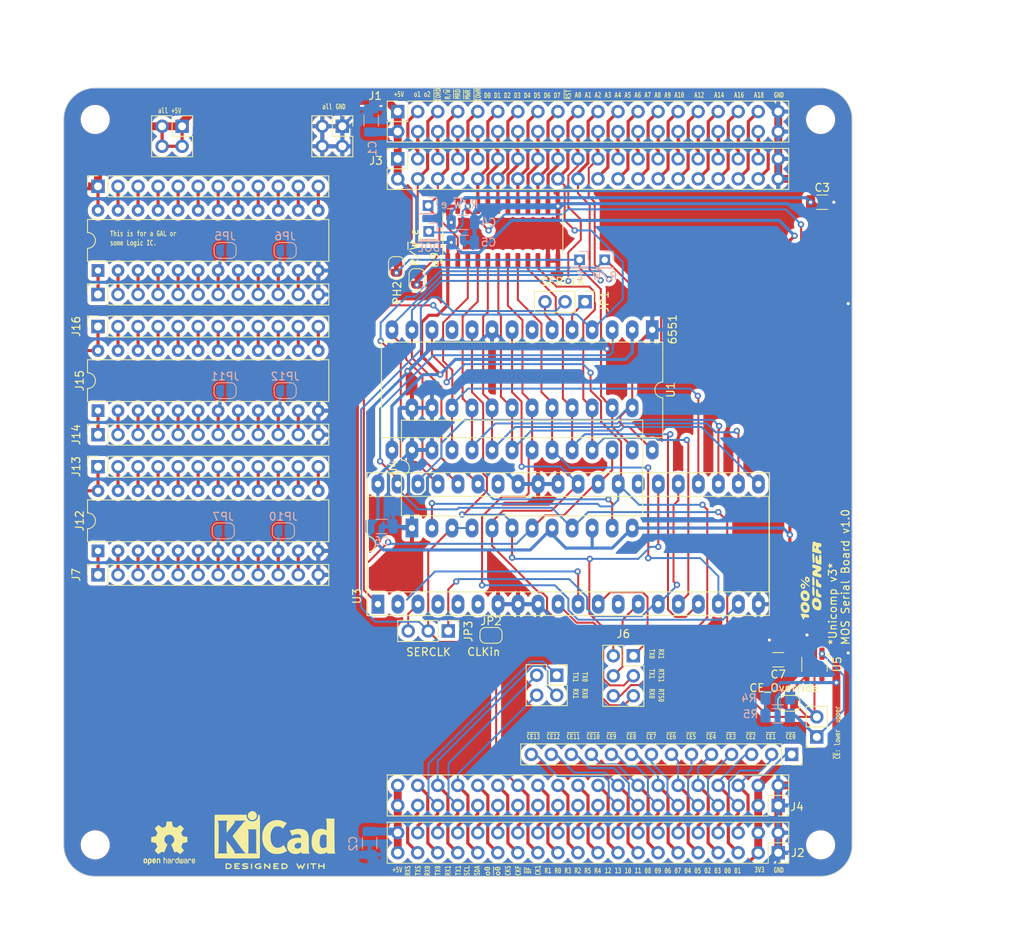
<source format=kicad_pcb>
(kicad_pcb (version 20240108) (generator "pcbnew") (generator_version "8.0")
  (layers (0 "F.Cu" signal) (31 "B.Cu" signal) (34 "B.Paste" user) (35 "F.Paste" user) (36 "B.SilkS" user "B.Silkscreen") (37 "F.SilkS" user "F.Silkscreen") (38 "B.Mask" user) (39 "F.Mask" user) (44 "Edge.Cuts" user))
  (net 0 "")
  (net 1 "/~{RST}")
  (net 2 "GND")
  (net 3 "/D7")
  (net 4 "/D6")
  (net 5 "/D5")
  (net 6 "/D4")
  (net 7 "/D3")
  (net 8 "/D2")
  (net 9 "/D1")
  (net 10 "/D0")
  (net 11 "+5V")
  (net 12 "/A15")
  (net 13 "/A14")
  (net 14 "/A13")
  (net 15 "/A12")
  (net 16 "/A11")
  (net 17 "/A10")
  (net 18 "/A9")
  (net 19 "/A8")
  (net 20 "/A7")
  (net 21 "/A6")
  (net 22 "/A5")
  (net 23 "/A4")
  (net 24 "/A3")
  (net 25 "/A2")
  (net 26 "/A1")
  (net 27 "/A0")
  (net 28 "+3V3")
  (net 29 "/CLKF")
  (net 30 "/CLKS")
  (net 31 "/~{IOWR}")
  (net 32 "/~{MWR}")
  (net 33 "/~{MRD}")
  (net 34 "/R{slash}~{W}_e")
  (net 35 "/~{IORD}")
  (net 36 "/PHI2_e")
  (net 37 "/PHI1_e")
  (net 38 "/~{PH0}")
  (net 39 "/PH0")
  (net 40 "/Bus/~{CE_EXT12}")
  (net 41 "/Bus/~{CE_EXT7}")
  (net 42 "/TX1")
  (net 43 "/RXSTM")
  (net 44 "/RES3")
  (net 45 "/Bus/~{CE_EXT11}")
  (net 46 "/A16")
  (net 47 "/A17")
  (net 48 "/A18")
  (net 49 "/A19")
  (net 50 "/Bus/~{CE_EXT9}")
  (net 51 "/RES5")
  (net 52 "/RX1")
  (net 53 "/RX0")
  (net 54 "/Bus/~{CE_EXT8}")
  (net 55 "/Bus/~{CE_EXT10}")
  (net 56 "/Bus/~{CE_EXT4}")
  (net 57 "/RES1")
  (net 58 "/RES0")
  (net 59 "/RES2")
  (net 60 "/Bus/~{CE_EXT5}")
  (net 61 "/Bus/~{CE_EXT13}")
  (net 62 "/Bus/~{CE_EXT2}")
  (net 63 "/TX0")
  (net 64 "/Bus/~{CE_EXT3}")
  (net 65 "/RES4")
  (net 66 "/Bus/~{CE_EXT0}")
  (net 67 "/CLK1")
  (net 68 "/SCL")
  (net 69 "/~{BUSFREE}")
  (net 70 "/Bus/~{CE_EXT1}")
  (net 71 "/Bus/~{CE_EXT6}")
  (net 72 "/SDA")
  (net 73 "+5VA")
  (net 74 "/TXSTM")
  (net 75 "/Bus/DB7")
  (net 76 "/Bus/DB0")
  (net 77 "/Bus/DB2")
  (net 78 "/Bus/DB6")
  (net 79 "/Bus/DB3")
  (net 80 "/Bus/DB1")
  (net 81 "/Bus/DB5")
  (net 82 "/Bus/DB4")
  (net 83 "/E")
  (net 84 "/RW")
  (net 85 "/TX0A")
  (net 86 "/~{RTS0}")
  (net 87 "/TX1A")
  (net 88 "/RX0A")
  (net 89 "/RX1A")
  (net 90 "/~{RTS1}")
  (net 91 "Net-(JP1-A)")
  (net 92 "/SERCLK")
  (net 93 "Net-(JP1-B)")
  (net 94 "Net-(JP3-A)")
  (net 95 "Net-(JP3-B)")
  (net 96 "/~{IRQ}")
  (net 97 "/~{IRQ1}")
  (net 98 "/~{CE0}")
  (net 100 "/~{CE1}")
  (net 103 "Net-(J35-Pin_16)")
  (net 104 "Net-(J35-Pin_13)")
  (net 105 "Net-(J35-Pin_15)")
  (net 106 "Net-(J35-Pin_22)")
  (net 107 "Net-(J35-Pin_21)")
  (net 108 "Net-(J35-Pin_19)")
  (net 109 "Net-(J35-Pin_18)")
  (net 110 "Net-(J35-Pin_23)")
  (net 111 "Net-(J35-Pin_14)")
  (net 112 "Net-(J35-Pin_17)")
  (net 113 "Net-(J35-Pin_20)")
  (net 114 "Net-(J29-Pin_3)")
  (net 115 "Net-(J29-Pin_4)")
  (net 116 "Net-(J29-Pin_6)")
  (net 117 "Net-(J29-Pin_11)")
  (net 118 "Net-(J29-Pin_10)")
  (net 119 "Net-(J29-Pin_9)")
  (net 120 "Net-(J29-Pin_1)")
  (net 121 "Net-(J29-Pin_7)")
  (net 122 "Net-(J29-Pin_2)")
  (net 123 "Net-(J29-Pin_8)")
  (net 124 "Net-(J29-Pin_5)")
  (net 131 "/Bus/~{DOE}")
  (net 132 "Net-(J12-Pin_6)")
  (net 133 "Net-(J12-Pin_8)")
  (net 134 "Net-(J12-Pin_2)")
  (net 135 "Net-(J12-Pin_3)")
  (net 136 "Net-(J12-Pin_10)")
  (net 137 "Net-(J12-Pin_5)")
  (net 138 "Net-(J12-Pin_11)")
  (net 139 "Net-(J12-Pin_9)")
  (net 140 "Net-(J12-Pin_7)")
  (net 141 "Net-(J12-Pin_1)")
  (net 142 "Net-(J12-Pin_4)")
  (net 143 "Net-(J12-Pin_13)")
  (net 144 "Net-(J12-Pin_22)")
  (net 145 "Net-(J12-Pin_15)")
  (net 146 "Net-(J12-Pin_20)")
  (net 147 "Net-(J12-Pin_21)")
  (net 148 "Net-(J12-Pin_14)")
  (net 149 "Net-(J12-Pin_16)")
  (net 150 "Net-(J12-Pin_19)")
  (net 151 "Net-(J12-Pin_23)")
  (net 152 "Net-(J12-Pin_17)")
  (net 153 "Net-(J12-Pin_18)")
  (net 154 "Net-(J14-Pin_7)")
  (net 155 "Net-(J14-Pin_2)")
  (net 156 "Net-(J14-Pin_6)")
  (net 157 "Net-(J14-Pin_9)")
  (net 158 "Net-(J14-Pin_3)")
  (net 159 "Net-(J14-Pin_10)")
  (net 160 "Net-(J14-Pin_11)")
  (net 161 "Net-(J14-Pin_5)")
  (net 162 "Net-(J14-Pin_1)")
  (net 163 "Net-(J14-Pin_4)")
  (net 164 "Net-(J14-Pin_8)")
  (net 165 "Net-(J15-Pin_17)")
  (net 166 "Net-(J15-Pin_22)")
  (net 167 "Net-(J15-Pin_20)")
  (net 168 "Net-(J15-Pin_21)")
  (net 169 "Net-(J15-Pin_15)")
  (net 170 "Net-(J15-Pin_13)")
  (net 171 "Net-(J15-Pin_16)")
  (net 172 "Net-(J15-Pin_14)")
  (net 173 "Net-(J15-Pin_18)")
  (net 174 "Net-(J15-Pin_23)")
  (net 175 "Net-(J15-Pin_19)")
  (footprint "Connector_PinSocket_2.54mm:PinSocket_2x02_P2.54mm_Vertical" (layer "F.Cu") (at 112.531 124.479)
    (property "Reference" "J27" (hide yes))
    (property "Value" "RXTX in" (hide yes))
  )
  (footprint "Connector_PinSocket_2.54mm:PinSocket_2x02_P2.54mm_Vertical" (layer "F.Cu") (at 65.024 54.864)
    (property "Reference" "J30" (hide yes))
    (property "Value" "Conn_02x02_Odd_Even" (hide yes))
  )
  (footprint "Connector_PinSocket_2.54mm:PinSocket_1x12_P2.54mm_Vertical" (layer "F.Cu") (at 54.356 93.98 90)
    (property "Reference" "J14")
    (property "Value" "Conn_01x12")
  )
  (footprint "Package_DIP:DIP-24_W7.62mm" (layer "F.Cu") (at 54.356 108.712 90)
    (property "Reference" "J12")
    (property "Value" "GAL_20x10")
  )
  (footprint "Connector_PinSocket_2.54mm:PinSocket_2x20_P2.54mm_Vertical" (layer "F.Cu") (at 92.367 53 90)
    (property "Reference" "J1")
    (property "Value" "BUS" (hide yes))
  )
  (footprint "Package_DIP:DIP-28_W15.24mm_LongPads" (layer "F.Cu") (at 124.648 80.6748 -90)
    (property "Reference" "U1")
    (property "Value" "6551")
  )
  (footprint "Capacitor_SMD:C_1206_3216Metric" (layer "F.Cu") (at 146.2 64.5)
    (property "Reference" "C3")
    (property "Value" "100n")
  )
  (footprint "Connector_PinSocket_2.54mm:PinSocket_1x12_P2.54mm_Vertical" (layer "F.Cu") (at 54.356 111.76 90)
    (property "Reference" "J7")
    (property "Value" "Conn_01x12")
  )
  (footprint "Package_TO_SOT_SMD:SOT-23-5_HandSoldering" (layer "F.Cu") (at 145.222 123.11 -90)
    (property "Reference" "U5")
    (property "Value" "74AHC1G08")
  )
  (footprint "Jumper:SolderJumper-2_P1.3mm_Bridged_RoundedPad1.0x1.5mm" (layer "F.Cu") (at 94.8 74.325 -90)
    (property "Reference" "JP8" (hide yes))
    (property "Value" "R/~{W}_e")
  )
  (footprint "Connector_PinSocket_2.54mm:PinSocket_2x20_P2.54mm_Vertical" (layer "F.Cu") (at 140.627 141 -90)
    (property "Reference" "J4")
    (property "Value" "Spare" (hide yes))
  )
  (footprint "Connector_PinSocket_2.54mm:PinSocket_2x02_P2.54mm_Vertical" (layer "F.Cu") (at 85.344 54.864)
    (property "Reference" "J31" (hide yes))
    (property "Value" "Conn_02x02_Odd_Even" (hide yes))
  )
  (footprint "Connector_PinHeader_2.54mm:PinHeader_1x03_P2.54mm_Vertical" (layer "F.Cu") (at 98.775 118.875 -90)
    (property "Reference" "JP3")
    (property "Value" "SERCLK")
  )
  (footprint "Connector_PinSocket_2.54mm:PinSocket_1x12_P2.54mm_Vertical" (layer "F.Cu") (at 54.356 98.044 90)
    (property "Reference" "J13")
    (property "Value" "Conn_01x12")
  )
  (footprint "Symbol:KiCad-Logo2_6mm_SilkScreen" (layer "F.Cu") (at 76.792514 144.704848)
    (property "Reference" "H5" (hide yes))
    (property "Value" "Logo kicad" (hide yes))
  )
  (footprint "Connector_PinSocket_2.54mm:PinSocket_1x12_P2.54mm_Vertical" (layer "F.Cu") (at 54.356 76.2 90)
    (property "Reference" "J29" (hide yes))
    (property "Value" "Conn_01x12" (hide yes))
  )
  (footprint "Package_DIP:DIP-24_W7.62mm" (layer "F.Cu") (at 54.356 90.932 90)
    (property "Reference" "J15")
    (property "Value" "GAL_20x10")
  )
  (footprint "Connector_PinSocket_2.54mm:PinSocket_2x03_P2.54mm_Vertical" (layer "F.Cu") (at 122.25 122.02)
    (property "Reference" "J6")
    (property "Value" "Conn_02x03_Odd_Even" (hide yes))
  )
  (footprint "Jumper:SolderJumper-2_P1.3mm_Open_RoundedPad1.0x1.5mm" (layer "F.Cu") (at 141.975 128.05 180)
    (property "Reference" "JP4" (hide yes))
    (property "Value" "CE_Override")
  )
  (footprint "Symbol:OSHW-Logo2_7.3x6mm_SilkScreen" (layer "F.Cu") (at 63.4 145.8)
    (property "Reference" "H6" (hide yes))
    (property "Value" "Logo Open Source Hardware" (hide yes))
  )
  (footprint "Connector_PinSocket_2.54mm:PinSocket_1x02_P2.54mm_Vertical" (layer "F.Cu") (at 145.517 132.314 180)
    (property "Reference" "J26" (hide yes))
    (property "Value" "Conn_01x02" (hide yes))
  )
  (footprint "Connector_PinSocket_2.54mm:PinSocket_2x20_P2.54mm_Vertical" (layer "F.Cu") (at 140.627 147 -90)
    (property "Reference" "J2")
    (property "Value" "BUS" (hide yes))
  )
  (footprint "Jumper:SolderJumper-2_P1.3mm_Bridged_RoundedPad1.0x1.5mm" (layer "F.Cu") (at 104.2 119.425)
    (property "Reference" "JP2")
    (property "Value" "CLKin")
  )
  (footprint "Package_DIP:DIP-40_W15.24mm_Socket_LongPads" (layer "F.Cu") (at 89.855 115.4778 90)
    (property "Reference" "U3")
    (property "Value" "65C52")
  )
  (footprint "MountingHole:MountingHole_3.2mm_M3" (layer "F.Cu") (at 146 54)
    (property "Reference" "H3" (hide yes))
    (property "Value" "M3" (hide yes))
  )
  (footprint "Connector_PinSocket_2.54mm:PinSocket_1x14_P2.54mm_Vertical" (layer "F.Cu") (at 142.325 134.525 -90)
    (property "Reference" "J11" (hide yes))
    (property "Value" "Conn_01x14" (hide yes))
  )
  (footprint "Package_DIP:DIP-24_W7.62mm" (layer "F.Cu") (at 54.356 73.152 90)
    (property "Reference" "J35" (hide yes))
    (property "Value" "GAL_20x10" (hide yes))
  )
  (footprint "Connector_PinSocket_2.54mm:PinSocket_1x12_P2.54mm_Vertical" (layer "F.Cu") (at 54.356 62.484 90)
    (property "Reference" "J37" (hide yes))
    (property "Value" "Conn_01x12" (hide yes))
  )
  (footprint "Connector_PinSocket_2.54mm:PinSocket_2x20_P2.54mm_Vertical" (layer "F.Cu") (at 92.367 59 90)
    (property "Reference" "J3")
    (property "Value" "Spare" (hide yes))
  )
  (footprint "my_own:Logo_100ProzentOffner_10x2.7mm" (layer "F.Cu") (at 144.78 112.522 90)
    (property "Reference" "G***" (hide yes))
    (property "Value" "LOGO" (hide yes))
  )
  (footprint "Connector_PinHeader_2.54mm:PinHeader_1x03_P2.54mm_Vertical" (layer "F.Cu") (at 116.125 77.125 -90)
    (property "Reference" "JP1")
    (property "Value" "SERCLK")
  )
  (footprint "Jumper:SolderJumper-2_P1.3mm_Bridged_RoundedPad1.0x1.5mm" (layer "F.Cu") (at 92.2 72.8 -90)
    (property "Reference" "JP9" (hide yes))
    (property "Value" "PH2")
  )
  (footprint "Package_SO:SO-24_5.3x15mm_P1.27mm" (layer "F.Cu") (at 105.699717 68.45708 90)
    (property "Reference" "U9")
    (property "Value" "SN74LVCC4245ANSR" (hide yes))
  )
  (footprint "MountingHole:MountingHole_3.2mm_M3" (layer "F.Cu") (at 54 54)
    (property "Reference" "H1" (hide yes))
    (property "Value" "M3" (hide yes))
  )
  (footprint "MountingHole:MountingHole_3.2mm_M3" (layer "F.Cu") (at 54 146)
    (property "Reference" "H2" (hide yes))
    (property "Value" "M3" (hide yes))
  )
  (footprint "Capacitor_SMD:C_1206_3216Metric" (layer "F.Cu") (at 140.625 122.525 180)
    (property "Reference" "C7")
    (property "Value" "100n")
  )
  (footprint "Package_DIP:DIP-24_W15.24mm_LongPads" (layer "F.Cu") (at 94.168 105.8208 90)
    (property "Reference" "U4")
    (property "Value" "MC6850")
  )
  (footprint "Connector_PinSocket_2.54mm:PinSocket_1x12_P2.54mm_Vertical" (layer "F.Cu") (at 54.356 80.264 90)
    (property "Reference" "J16")
    (property "Value" "Conn_01x12")
  )
  (footprint "MountingHole:MountingHole_3.2mm_M3" (layer "F.Cu") (at 146 146)
    (property "Reference" "H4" (hide yes))
    (property "Value" "M3" (hide yes))
  )
  (footprint "Capacitor_SMD:C_1206_3216Metric" (layer "B.Cu") (at 88.8 145.775 -90)
    (property "Reference" "C2")
    (property "Value" "100n")
  )
  (footprint "Jumper:SolderJumper-2_P1.3mm_Open_RoundedPad1.0x1.5mm" (layer "B.Cu") (at 70.246 106.172 180)
    (property "Reference" "JP7")
    (property "Value" "GND")
  )
  (footprint "Connector_PinHeader_2.00mm:PinHeader_1x01_P2.00mm_Vertical" (layer "B.Cu") (at 115.425 71.8 180)
    (property "Reference" "J8" (hide yes))
    (property "Value" "E")
  )
  (footprint "Resistor_SMD:R_1206_3216Metric_Pad1.30x1.75mm_HandSolder" (layer "B.Cu") (at 140.575 127.325)
    (property "Reference" "R4")
    (property "Value" "10k" (hide yes))
  )
  (footprint "Jumper:SolderJumper-2_P1.3mm_Open_RoundedPad1.0x1.5mm" (layer "B.Cu") (at 70.47 70.612 180)
    (property "Reference" "JP5")
    (property "Value" "GND")
  )
  (footprint "Capacitor_SMD:C_1206_3216Metric" (layer "B.Cu") (at 100.633 69.596)
    (property "Reference" "C5")
    (property "Value" "100n" (hide yes))
  )
  (footprint "Connector_PinHeader_2.00mm:PinHeader_1x01_P2.00mm_Vertical" (layer "B.Cu") (at 118.625 71.8 180)
    (property "Reference" "J9" (hide yes))
    (property "Value" "R/~{W}")
  )
  (footprint "Jumper:SolderJumper-2_P1.3mm_Open_RoundedPad1.0x1.5mm" (layer "B.Cu") (at 70.47 88.392 180)
    (property "Reference" "JP11")
    (property "Value" "GND")
  )
  (footprint "Connector_PinHeader_2.00mm:PinHeader_1x01_P2.00mm_Vertical" (layer "B.Cu") (at 96.3 68.2 180)
    (property "Reference" "J10" (hide yes))
    (property "Value" "~{DOE}")
  )
  (footprint "Connector_PinHeader_2.00mm:PinHeader_1x01_P2.00mm_Vertical" (layer "B.Cu") (at 96.225 64.925 180)
    (property "Reference" "J5" (hide yes))
    (property "Value" "R/~{W}_e")
  )
  (footprint "Resistor_SMD:R_1206_3216Metric_Pad1.30x1.75mm_HandSolder" (layer "B.Cu") (at 140.55 129.625)
    (property "Reference" "R5")
    (property "Value" "10k" (hide yes))
  )
  (footprint "Jumper:SolderJumper-2_P1.3mm_Open_RoundedPad1.0x1.5mm" (layer "B.Cu") (at 78.09 88.392 180)
    (property "Reference" "JP12")
    (property "Value" "GND")
  )
  (footprint "Jumper:SolderJumper-2_P1.3mm_Open_RoundedPad1.0x1.5mm" (layer "B.Cu") (at 78.09 70.612 180)
    (property "Reference" "JP6")
    (property "Value" "GND")
  )
  (footprint "Capacitor_SMD:C_1206_3216Metric" (layer "B.Cu") (at 89 54.125 90)
    (property "Reference" "C1")
    (property "Value" "100n" (hide yes))
  )
  (footprint "Jumper:SolderJumper-2_P1.3mm_Open_RoundedPad1.0x1.5mm" (layer "B.Cu") (at 77.866 106.166 180)
    (property "Reference" "JP10")
    (property "Value" "GND")
  )
  (footprint "Capacitor_SMD:C_1206_3216Metric" (layer "B.Cu") (at 90.325 105.625)
    (property "Reference" "C6")
    (property "Value" "100n")
  )
  (footprint "Capacitor_SMD:C_1206_3216Metric" (layer "B.Cu") (at 100.633 67.056)
    (property "Reference" "C4")
    (property "Value" "100n" (hide yes))
  )
  (gr_line (start 50 54) (end 50 146) (stroke (width 0.1)) (layer "Edge.Cuts"))
  (gr_arc (start 50 54) (mid 51.171571 51.17157) (end 54 50) (stroke (width 0.1)) (layer "Edge.Cuts"))
  (gr_arc (start 146 50) (mid 148.828425 51.171573) (end 150 54) (stroke (width 0.1)) (layer "Edge.Cuts"))
  (gr_arc (start 150 146) (mid 148.828425 148.828424) (end 146 149.999995) (stroke (width 0.1)) (layer "Edge.Cuts"))
  (gr_line (start 150 146) (end 150 54) (stroke (width 0.1)) (layer "Edge.Cuts"))
  (gr_line (start 146 50) (end 54 50) (stroke (width 0.1)) (layer "Edge.Cuts"))
  (gr_arc (start 54 150) (mid 51.171571 148.828427) (end 50 146) (stroke (width 0.1)) (layer "Edge.Cuts"))
  (gr_line (start 146 150) (end 54 150) (stroke (width 0.1)) (layer "Edge.Cuts"))
  (gr_text "TXS" (at 95.4 149.9 90) (layer "F.SilkS") (effects (font (size 0.7 0.5) (thickness 0.1) (bold yes)) (justify left bottom)))
  (gr_text "CKF" (at 108.1 149.9 90) (layer "F.SilkS") (effects (font (size 0.7 0.5) (thickness 0.1) (bold yes)) (justify left bottom)))
  (gr_text "~{CE}: lower  upper  " (at 148.59 135.128 90) (layer "F.SilkS") (effects (font (size 0.7 0.5) (thickness 0.1) (bold yes)) (justify left bottom)))
  (gr_text "all +5V\n" (at 61.976 53.34 0) (layer "F.SilkS") (effects (font (size 0.7 0.5) (thickness 0.1) (bold yes)) (justify left bottom)))
  (gr_text "all GND\n" (at 82.804 52.832 0) (layer "F.SilkS") (effects (font (size 0.7 0.5) (thickness 0.1) (bold yes)) (justify left bottom)))
  (gr_text "+5V   o1 o2" (at 91.8972 51.2572 0) (layer "F.SilkS") (effects (font (size 0.7 0.5) (thickness 0.1) (bold yes)) (justify left bottom)))
  (gr_text "TX0" (at 97.9 149.9 90) (layer "F.SilkS") (effects (font (size 0.7 0.5) (thickness 0.1) (bold yes)) (justify left bottom)))
  (gr_text "SCL" (at 101.6 149.9 90) (layer "F.SilkS") (effects (font (size 0.7 0.5) (thickness 0.1) (bold yes)) (justify left bottom)))
  (gr_text "3V3" (at 137.6172 149.606 0) (layer "F.SilkS") (effects (font (size 0.7 0.5) (thickness 0.1) (bold yes)) (justify left bottom)))
  (gr_text "This is for a GAL or\nsome Logic IC." (at 55.88 70.104 0) (layer "F.SilkS") (effects (font (size 0.7 0.5) (thickness 0.1) (bold yes)) (justify left bottom)))
  (gr_text "R/~{W}" (at 99.1616 51.4604 90) (layer "F.SilkS") (effects (font (size 0.7 0.5) (thickness 0.1) (bold yes)) (justify left bottom)))
  (gr_text "~{BF}" (at 109.41174 149.658466 90) (layer "F.SilkS") (effects (font (size 0.7 0.5) (thickness 0.1) (bold yes)) (justify left bottom)))
  (gr_text "~{RST}" (at 114.4524 51.4604 90) (layer "F.SilkS") (effects (font (size 0.7 0.5) (thickness 0.1) (bold yes)) (justify left bottom)))
  (gr_text "~{o0}" (at 105.5 149.9 90) (layer "F.SilkS") (effects (font (size 0.7 0.7) (thickness 0.1) (bold yes)) (justify left bottom)))
  (gr_text "~{IOWR}" (at 103.0224 51.7144 90) (layer "F.SilkS") (effects (font (size 0.7 0.5) (thickness 0.1) (bold yes)) (justify left bottom)))
  (gr_text "~{CE13}  ~{CE12}  ~{CE11}  ~{CE10}  ~{CE9}   ~{CE8}   ~{CE7}   ~{CE6}   ~{CE5}   ~{CE4}   ~{CE3}   ~{CE2}   ~{CE1}   ~{CE0}" (at 108.725 132.725 0) (layer "F.SilkS") (effects (font (size 0.7 0.5) (thickness 0.1) (bold yes)) (justify left bottom)))
  (gr_text "D0 D1 D2 D3 D4 D5 D6 D7" (at 103.3272 51.4096 0) (layer "F.SilkS") (effects (font (size 0.7 0.5) (thickness 0.1) (bold yes)) (justify left bottom)))
  (gr_text "*Unicomp v3*\nMOS Serial Board v1.0" (at 148.3416 120.753995 90) (layer "F.SilkS") (effects (font (size 1 1)) (justify left)))
  (gr_text "RX1   RTS1  RTS0\nTX0   TX1   RX0" (at 124.15 121.15 270) (layer "F.SilkS") (effects (font (size 0.7 0.5) (thickness 0.1) (bold yes)) (justify left bottom)))
  (gr_text "RXS" (at 94.1 149.9 90) (layer "F.SilkS") (effects (font (size 0.7 0.5) (thickness 0.1) (bold yes)) (justify left bottom)))
  (gr_text "+5V" (at 91.694 149.606 0) (layer "F.SilkS") (effects (font (size 0.7 0.5) (thickness 0.1) (bold yes)) (justify left bottom)))
  (gr_text "SDA" (at 102.9 149.9 90) (layer "F.SilkS") (effects (font (size 0.7 0.5) (thickness 0.1) (bold yes)) (justify left bottom)))
  (gr_text "RX0" (at 96.6 149.9 90) (layer "F.SilkS") (effects (font (size 0.7 0.5) (thickness 0.1) (bold yes)) (justify left bottom)))
  (gr_text "~{MRD}\n" (at 100.4316 51.4096 90) (layer "F.SilkS") (effects (font (size 0.7 0.5) (thickness 0.1) (bold yes)) (justify left bottom)))
  (gr_text "RX1" (at 99.2 149.9 90) (layer "F.SilkS") (effects (font (size 0.7 0.5) (thickness 0.1) (bold yes)) (justify left bottom)))
  (gr_text "R1 R0 R3 R2 R5 R4" (at 110.998 149.733 0) (layer "F.SilkS") (effects (font (size 0.7 0.5) (thickness 0.1) (bold yes)) (justify left bottom)))
  (gr_text "o0" (at 104.2 149.9 90) (layer "F.SilkS") (effects (font (size 0.7 0.7) (thickness 0.1) (bold yes)) (justify left bottom)))
  (gr_text "~{MWR}" (at 101.7016 51.4604 90) (layer "F.SilkS") (effects (font (size 0.7 0.5) (thickness 0.1) (bold yes)) (justify left bottom)))
  (gr_text "~{IORD}" (at 97.9424 51.7144 90) (layer "F.SilkS") (effects (font (size 0.7 0.5) (thickness 0.1) (bold yes)) (justify left bottom)))
  (gr_text "12 13 10 11 08 09 06 07 04 05 02 03 00 01" (at 118.618 149.733 0) (layer "F.SilkS") (effects (font (size 0.7 0.5) (thickness 0.1) (bold yes)) (justify left bottom)))
  (gr_text "CKS" (at 106.8 149.9 90) (layer "F.SilkS") (effects (font (size 0.7 0.5) (thickness 0.1) (bold yes)) (justify left bottom)))
  (gr_text "TX1" (at 100.5 149.9 90) (layer "F.SilkS") (effects (font (size 0.7 0.5) (thickness 0.1) (bold yes)) (justify left bottom)))
  (gr_text "CK1" (at 110.617 149.86 90) (layer "F.SilkS") (effects (font (size 0.7 0.5) (thickness 0.1) (bold yes)) (justify left bottom)))
  (gr_text "TX0  RX0\nTX1  RX1" (at 114.475 124.075 270) (layer "F.SilkS") (effects (font (size 0.7 0.5) (thickness 0.1) (bold yes)) (justify left bottom)))
  (gr_text "A0 A1 A2 A3 A4 A5 A6 A7 A8 A9 A10   A12   A14   A16   A18   GND\n" (at 114.808 51.3588 0) (layer "F.SilkS") (effects (font (size 0.7 0.5) (thickness 0.1) (bold yes)) (justify left bottom)))
  (gr_text "GND" (at 140.0556 149.6568 0) (layer "F.SilkS") (effects (font (size 0.7 0.5) (thickness 0.1) (bold yes)) (justify left bottom)))
  (segment (start 113.95 60.200705) (end 112.7 61.450705) (width 0.4) (layer "F.Cu") (net 1))
  (segment (start 113.95 58.007) (end 113.95 60.200705) (width 0.4) (layer "F.Cu") (net 1))
  (segment (start 112.7 56.757) (end 113.95 58.007) (width 0.4) (layer "F.Cu") (net 1))
  (segment (start 113.537 66.801) (end 114.808 68.072) (width 0.25) (layer "F.Cu") (net 1))
  (segment (start 113.537 62.39) (end 113.537 66.801) (width 0.25) (layer "F.Cu") (net 1))
  (segment (start 112.7 55.54) (end 112.7 56.757) (width 0.4) (layer "F.Cu") (net 1))
  (segment (start 91.375 77.575) (end 96.875 77.575) (width 0.25) (layer "F.Cu") (net 1))
  (segment (start 88.075 80.875) (end 91.375 77.575) (width 0.25) (layer "F.Cu") (net 1))
  (segment (start 112.687 61.54) (end 113.537 62.39) (width 0.25) (layer "F.Cu") (net 1))
  (segment (start 89.855 115.4778) (end 88.075 113.6978) (width 0.25) (layer "F.Cu") (net 1))
  (segment (start 88.075 113.6978) (end 88.075 80.875) (width 0.25) (layer "F.Cu") (net 1))
  (via (at 96.875 77.575) (size 0.8) (drill 0.4) (layers "F.Cu" "B.Cu") (net 1))
  (via (at 114.808 68.072) (size 0.8) (drill 0.4) (layers "F.Cu" "B.Cu") (net 1))
  (segment (start 117.028 80.6748) (end 120.904 76.7988) (width 0.25) (layer "B.Cu") (net 1))
  (segment (start 117.028 80.6748) (end 115.1032 78.75) (width 0.25) (layer "B.Cu") (net 1))
  (segment (start 116.897 68.072) (end 114.808 68.072) (width 0.25) (layer "B.Cu") (net 1))
  (segment (start 120.904 72.079) (end 116.897 68.072) (width 0.25) (layer "B.Cu") (net 1))
  (segment (start 98.05 78.75) (end 96.875 77.575) (width 0.25) (layer "B.Cu") (net 1))
  (segment (start 115.1032 78.75) (end 98.05 78.75) (width 0.25) (layer "B.Cu") (net 1))
  (segment (start 120.904 76.7988) (end 120.904 72.079) (width 0.25) (layer "B.Cu") (net 1))
  (segment (start 149.5 64.5) (end 149.5 77.35) (width 1) (layer "F.Cu") (net 2))
  (segment (start 147.65 64.5) (end 149.5 64.5) (width 1) (layer "F.Cu") (net 2))
  (segment (start 147.14 138.46) (end 140.627 138.46) (width 1) (layer "F.Cu") (net 2))
  (segment (start 140.627 53) (end 140.627 61.54) (width 1) (layer "F.Cu") (net 2))
  (segment (start 139.15 121.896944) (end 139.5 121.546944) (width 0.4) (layer "F.Cu") (net 2))
  (segment (start 94.168 90.5808) (end 94.168 86.4818) (width 0.4) (layer "F.Cu") (net 2))
  (segment (start 111.414717 71.91958) (end 112.684717 71.91958) (width 0.4) (layer "F.Cu") (net 2))
  (segment (start 140.627 138.46) (end 140.627 147) (width 1) (layer "F.Cu") (net 2))
  (segment (start 122.243147 83.079653) (end 118.910415 83.079653) (width 0.4) (layer "F.Cu") (net 2))
  (segment (start 147.94 61.54) (end 149.5 63.1) (width 1) (layer "F.Cu") (net 2))
  (segment (start 96.708 90.5808) (end 96.708 95.9148) (width 0.25) (layer "F.Cu") (net 2))
  (segment (start 94.168 86.4818) (end 93.614 85.9278) (width 0.4) (layer "F.Cu") (net 2))
  (segment (start 149.5 121.666) (end 149.5 136.1) (width 1) (layer "F.Cu") (net 2))
  (segment (start 139.15 122.525) (end 139.15 121.896944) (width 0.4) (layer "F.Cu") (net 2))
  (segment (start 140.627 61.54) (end 147.94 61.54) (width 1) (layer "F.Cu") (net 2))
  (segment (start 139.5 121.546944) (end 139.5 120.025) (width 0.4) (layer "F.Cu") (net 2))
  (segment (start 149.5 63.1) (end 149.5 64.5) (width 1) (layer "F.Cu") (net 2))
  (segment (start 82.296 73.152) (end 82.296 76.2) (width 0.4) (layer "F.Cu") (net 2))
  (segment (start 144.272 121.76) (end 144.272 119.38) (width 0.25) (layer "F.Cu") (net 2))
  (segment (start 149.5 77.35) (end 149.5 121.666) (width 1) (layer "F.Cu") (net 2))
  (segment (start 82.296 90.932) (end 82.296 93.98) (width 0.4) (layer "F.Cu") (net 2))
  (segment (start 124.648 80.6748) (end 122.243147 83.079653) (width 0.4) (layer "F.Cu") (net 2))
  (segment (start 149.5 136.1) (end 147.14 138.46) (width 1) (layer "F.Cu") (net 2))
  (segment (start 94.168 90.5808) (end 94.168 95.9148) (width 0.25) (layer "F.Cu") (net 2))
  (segment (start 112.684717 71.91958) (end 112.684717 64.99458) (width 0.4) (layer "F.Cu") (net 2))
  (segment (start 82.296 108.712) (end 82.296 111.76) (width 0.4) (layer "F.Cu") (net 2))
  (via (at 118.910415 83.079653) (size 0.8) (drill 0.4) (layers "F.Cu" "B.Cu") (net 2))
  (via (at 139.5 120.025) (size 0.8) (drill 0.4) (layers "F.Cu" "B.Cu") (net 2))
  (via (at 147.675 64.5) (size 0.8) (drill 0.4) (layers "F.Cu" "B.Cu") (net 2))
  (via (at 149.5 121.666) (size 0.8) (drill 0.4) (layers "F.Cu" "B.Cu") (net 2))
  (via (at 112.68472 64.994583) (size 0.8) (drill 0.4) (layers "F.Cu" "B.Cu") (net 2))
  (via (at 144.272 119.38) (size 0.8) (drill 0.4) (layers "F.Cu" "B.Cu") (net 2))
  (via (at 93.614 85.9278) (size 0.8) (drill 0.4) (layers "F.Cu" "B.Cu") (net 2))
  (via (at 149.5 77.35) (size 0.8) (drill 0.4) (layers "F.Cu" "B.Cu") (net 2))
  (segment (start 90.85 50.8) (end 89 52.65) (width 1) (layer "B.Cu") (net 2))
  (segment (start 124.648 80.6748) (end 124.648 79.0748) (width 0.4) (layer "B.Cu") (net 2))
  (segment (start 71.12 88.392) (end 73.152 86.36) (width 0.4) (layer "B.Cu") (net 2))
  (segment (start 93.9722 105.625) (end 94.168 105.8208) (width 0.4) (layer "B.Cu") (net 2))
  (segment (start 84.836 147.32) (end 85.344 147.32) (width 1) (layer "B.Cu") (net 2))
  (segment (start 96.135 101.134856) (end 95.432056 101.8378) (width 0.4) (layer "B.Cu") (net 2))
  (segment (start 146.824998 65.350002) (end 142.546464 65.350002) (width 0.4) (layer "B.Cu") (net 2))
  (segment (start 84.836 70.104) (end 84.836 73.152) (width 1) (layer "B.Cu") (net 2))
  (segment (start 84.836 73.152) (end 84.836 90.932) (width 1) (layer "B.Cu") (net 2))
  (segment (start 85.344 57.404) (end 85.344 54.864) (width 0.4) (layer "B.Cu") (net 2))
  (segment (start 82.804 54.864) (end 85.344 54.864) (width 0.4) (layer "B.Cu") (net 2))
  (segment (start 106.035 98.6378) (end 96.977944 98.6378) (width 0.4) (layer "B.Cu") (net 2))
  (segment (start 82.296 108.712) (end 84.836 108.712) (width 0.4) (layer "B.Cu") (net 2))
  (segment (start 70.896 106.172) (end 72.42 104.648) (width 0.4) (layer "B.Cu") (net 2))
  (segment (start 147.675 64.5) (end 146.824998 65.350002) (width 0.4) (layer "B.Cu") (net 2))
  (segment (start 139.5 119.825) (end 138.115 118.44) (width 0.4) (layer "B.Cu") (net 2))
  (segment (start 89 52.65) (end 87.558 52.65) (width 0.4) (layer "B.Cu") (net 2))
  (segment (start 140.627 147) (end 138.427 149.2) (width 1) (layer "B.Cu") (net 2))
  (segment (start 97.267 82.2748) (end 93.614 85.9278) (width 0.4) (layer "B.Cu") (net 2))
  (segment (start 73.152 86.36) (end 78.74 86.36) (width 0.4) (layer "B.Cu") (net 2))
  (segment (start 126.3728 77.35) (end 149.5 77.35) (width 0.4) (layer "B.Cu") (net 2))
  (segment (start 112.997303 64.682) (end 112.68472 64.994583) (width 0.4) (layer "B.Cu") (net 2))
  (segment (start 94.168 90.5808) (end 96.708 90.5808) (width 0.25) (layer "B.Cu") (net 2))
  (segment (start 78.74 86.36) (end 79.756 86.36) (width 0.4) (layer "B.Cu") (net 2))
  (segment (start 82.804 57.404) (end 85.344 57.404) (width 0.4) (layer "B.Cu") (net 2))
  (segment (start 78.516 106.166) (end 78.516 104.872) (width 0.4) (layer "B.Cu") (net 2))
  (segment (start 78.516 104.872) (end 78.74 104.648) (width 0.4) (layer "B.Cu") (net 2))
  (segment (start 110.175 115.883384) (end 110.175 116.2398) (width 0.4) (layer "B.Cu") (net 2))
  (segment (start 113.3222 118.625) (end 110.175 115.4778) (width 0.4) (layer "B.Cu") (net 2))
  (segment (start 147.214 119.38) (end 149.5 121.666) (width 0.25) (layer "B.Cu") (net 2))
  (segment (start 87.558 52.65) (end 85.344 54.864) (width 0.4) (layer "B.Cu") (net 2))
  (segment (start 140.627 53) (end 138.427 50.8) (width 1) (layer "B.Cu") (net 2))
  (segment (start 80.264 104.648) (end 82.296 106.68) (width 0.4) (layer "B.Cu") (net 2))
  (segment (start 78.74 68.58) (end 79.248 68.58) (width 0.4) (layer "B.Cu") (net 2))
  (segment (start 138.115 118.44) (end 138.115 115.4778) (width 0.4) (layer "B.Cu") (net 2))
  (segment (start 139.5 120.025) (end 139.5 119.825) (width 0.4) (layer "B.Cu") (net 2))
  (segment (start 73.152 68.58) (end 78.74 68.58) (width 0.4) (layer "B.Cu") (net 2))
  (segment (start 106.732853 83.079653) (end 118.910415 83.079653) (width 0.4) (layer "B.Cu") (net 2))
  (segment (start 144.272 119.38) (end 147.214 119.38) (width 0.25) (layer "B.Cu") (net 2))
  (segment (start 107.635 100.2378) (end 106.035 98.6378) (width 0.4) (layer "B.Cu") (net 2))
  (segment (start 96.135 99.480744) (end 96.135 101.134856) (width 0.4) (layer "B.Cu") (net 2))
  (segment (start 102.108 69.596) (end 102.108 67.056) (width 0.4) (layer "B.Cu") (net 2))
  (segment (start 84.836 108.712) (end 84.836 147.32) (width 1) (layer "B.Cu") (net 2))
  (segment (start 138.427 149.2) (end 90.75 149.2) (width 1) (layer "B.Cu") (net 2))
  (segment (start 91.195 98.8878) (end 91.195 105.02) (width 0.4) (layer "B.Cu") (net 2))
  (segment (start 91.8 105.625) (end 93.9722 105.625) (width 0.4) (layer "B.Cu") (net 2))
  (segment (start 104.328 80.6748) (end 102.728 82.2748) (width 0.4) (layer "B.Cu") (net 2))
  (segment (start 82.296 73.152) (end 84.836 73.152) (width 0.4) (layer "B.Cu") (net 2))
  (segment (start 141.878462 64.682) (end 112.997303 64.682) (width 0.4) (layer "B.Cu") (net 2))
  (segment (start 85.414 147.25) (end 88.8 147.25) (width 1) (layer "B.Cu") (net 2))
  (segment (start 82.296 90.932) (end 84.836 90.932) (width 0.4) (layer "B.Cu") (net 2))
  (segment (start 138.427 50.8) (end 90.85 50.8) (width 1) (layer "B.Cu") (net 2))
  (segment (start 79.248 68.58) (end 82.296 71.628) (width 0.4) (layer "B.Cu") (net 2))
  (segment (start 78.74 70.612) (end 78.74 68.58) (width 0.4) (layer "B.Cu") (net 2))
  (segment (start 86.868 68.072) (end 84.836 70.104) (width 1) (layer "B.Cu") (net 2))
  (segment (start 72.42 104.648) (end 78.74 104.648) (width 0.4) (layer "B.Cu") (net 2))
  (segment (start 138.1 118.625) (end 113.3222 118.625) (width 0.4) (layer "B.Cu") (net 2))
  (segment (start 91.195 105.02) (end 91.8 105.625) (width 0.4) (layer "B.Cu") (net 2))
  (segment (start 82.296 106.68) (end 82.296 108.712) (width 0.4) (layer "B.Cu") (net 2))
  (segment (start 78.74 88.392) (end 78.74 86.36) (width 0.4) (layer "B.Cu") (net 2))
  (segment (start 71.12 70.612) (end 73.152 68.58) (width 0.4) (layer "B.Cu") (net 2))
  (segment (start 90.75 149.2) (end 88.8 147.25) (width 1) (layer "B.Cu") (net 2))
  (segment (start 82.296 71.628) (end 82.296 73.152) (width 0.4) (layer "B.Cu") (net 2))
  (segment (start 86.868 54.782) (end 86.868 68.072) (width 1) (layer "B.Cu") (net 2))
  (segment (start 95.432056 101.8378) (end 94.249 101.8378) (width 0.4) (layer "B.Cu") (net 2))
  (segment (start 104.169417 64.994583) (end 112.68472 64.994583) (width 0.4) (layer "B.Cu") (net 2))
  (segment (start 112.715 100.2378) (end 107.635 100.2378) (width 0.4) (layer "B.Cu") (net 2))
  (segment (start 94.249 101.8378) (end 93.735 101.3238) (width 0.4) (layer "B.Cu") (net 2))
  (segment (start 96.977944 98.6378) (end 96.135 99.480744) (width 0.4) (layer "B.Cu") (net 2))
  (segment (start 104.328 80.6748) (end 106.732853 83.079653) (width 0.4) (layer "B.Cu") (net 2))
  (segment (start 139.5 120.025) (end 138.1 118.625) (width 0.4) (layer "B.Cu") (net 2))
  (segment (start 78.74 104.648) (end 80.264 104.648) (width 0.4) (layer "B.Cu") (net 2))
  (segment (start 142.546464 65.350002) (end 141.878462 64.682) (width 0.4) (layer "B.Cu") (net 2))
  (segment (start 84.836 90.932) (end 84.836 108.712) (width 1) (layer "B.Cu") (net 2))
  (segment (start 102.108 67.056) (end 104.169417 64.994583) (width 0.4) (layer "B.Cu") (net 2))
  (segment (start 124.648 79.0748) (end 126.3728 77.35) (width 0.4) (layer "B.Cu") (net 2))
  (segment (start 85.344 147.32) (end 85.414 147.25) (width 1) (layer "B.Cu") (net 2))
  (segment (start 82.296 88.9) (end 82.296 90.932) (width 0.4) (layer "B.Cu") (net 2))
  (segment (start 94.168 95.9148) (end 91.195 98.8878) (width 0.4) (layer "B.Cu") (net 2))
  (segment (start 93.735 101.3238) (end 93.735 96.3478) (width 0.4) (layer "B.Cu") (net 2))
  (segment (start 89 52.65) (end 86.868 54.782) (width 1) (layer "B.Cu") (net 2))
  (segment (start 102.728 82.2748) (end 97.267 82.2748) (width 0.4) (layer "B.Cu") (net 2))
  (segment (start 82.804 54.864) (end 82.804 57.404) (width 0.4) (layer "B.Cu") (net 2))
  (segment (start 110.175 115.4778) (end 105.095 115.4778) (width 0.4) (layer "B.Cu") (net 2))
  (segment (start 79.756 86.36) (end 82.296 88.9) (width 0.4) (layer "B.Cu") (net 2))
  (segment (start 129.22 114.2128) (end 129.22 94.845) (width 0.25) (layer "F.Cu") (net 3))
  (segment (start 112.5 75.2) (end 110.144717 72.844717) (width 0.25) (layer "F.Cu") (net 3))
  (segment (start 127.955 115.4778) (end 129.22 114.2128) (width 0.25) (layer "F.Cu") (net 3))
  (segment (start 115.903 79.597) (end 117.375 78.125) (width 0.25) (layer "F.Cu") (net 3))
  (segment (start 117.375 78.125) (end 117.375 75.925) (width 0.25) (layer "F.Cu") (net 3))
  (segment (start 117.028 90.5808) (end 115.903 89.4558) (width 0.25) (layer "F.Cu") (net 3))
  (segment (start 117.028 95.9148) (end 117.028 90.5808) (width 0.25) (layer "F.Cu") (net 3))
  (segment (start 110.144717 72.844717) (end 110.144717 71.91958) (width 0.25) (layer "F.Cu") (net 3))
  (segment (start 129.22 94.845) (end 129.025 94.65) (width 0.25) (layer "F.Cu") (net 3))
  (segment (start 117.375 75.925) (end 116.65 75.2) (width 0.25) (layer "F.Cu") (net 3))
  (segment (start 116.65 75.2) (end 112.5 75.2) (width 0.25) (layer "F.Cu") (net 3))
  (segment (start 115.903 89.4558) (end 115.903 79.597) (width 0.25) (layer "F.Cu") (net 3))
  (via (at 129.025 94.65) (size 0.8) (drill 0.4) (layers "F.Cu" "B.Cu") (net 3))
  (segment (start 118.553 94.3898) (end 125.11399 94.3898) (width 0.25) (layer "B.Cu") (net 3))
  (segment (start 125.37419 94.65) (end 129.025 94.65) (width 0.25) (layer "B.Cu") (net 3))
  (segment (start 125.11399 94.3898) (end 125.37419 94.65) (width 0.25) (layer "B.Cu") (net 3))
  (segment (start 117.028 95.9148) (end 118.553 94.3898) (width 0.25) (layer "B.Cu") (net 3))
  (segment (start 127.57981 117.0936) (end 126.642 116.15579) (width 0.25) (layer "F.Cu") (net 4))
  (segment (start 114.488 90.5808) (end 113.313 89.4058) (width 0.25) (layer "F.Cu") (net 4))
  (segment (start 114.488 90.5808) (end 114.488 95.9148) (width 0.25) (layer "F.Cu") (net 4))
  (segment (start 126.642 94.207996) (end 126.924996 93.925) (width 0.25) (layer "F.Cu") (net 4))
  (segment (start 113.313 79.363) (end 112.41 78.46) (width 0.25) (layer "F.Cu") (net 4))
  (segment (start 130.495 115.4778) (end 128.8792 117.0936) (width 0.25) (layer "F.Cu") (net 4))
  (segment (start 112.41 78.46) (end 112.41 76.510283) (width 0.25) (layer "F.Cu") (net 4))
  (segment (start 128.8792 117.0936) (end 127.57981 117.0936) (width 0.25) (layer "F.Cu") (net 4))
  (segment (start 108.874717 72.975) (end 108.874717 71.91958) (width 0.25) (layer "F.Cu") (net 4))
  (segment (start 113.313 89.4058) (end 113.313 79.363) (width 0.25) (layer "F.Cu") (net 4))
  (segment (start 112.41 76.510283) (end 108.874717 72.975) (width 0.25) (layer "F.Cu") (net 4))
  (segment (start 126.642 116.15579) (end 126.642 94.207996) (width 0.25) (layer "F.Cu") (net 4))
  (via (at 126.924996 93.925) (size 0.8) (drill 0.4) (layers "F.Cu" "B.Cu") (net 4))
  (segment (start 114.488 95.9148) (end 114.488 95.5148) (width 0.25) (layer "B.Cu") (net 4))
  (segment (start 114.488 95.5148) (end 116.0778 93.925) (width 0.25) (layer "B.Cu") (net 4))
  (segment (start 116.0778 93.925) (end 126.924996 93.925) (width 0.25) (layer "B.Cu") (net 4))
  (segment (start 124.14 105.425) (end 124.14 109.6308) (width 0.25) (layer "F.Cu") (net 5))
  (segment (start 107.604717 76.880527) (end 110.595 79.87081) (width 0.25) (layer "F.Cu") (net 5))
  (segment (start 107.604717 71.91958) (end 107.604717 76.880527) (width 0.25) (layer "F.Cu") (net 5))
  (segment (start 111.948 89.9308) (end 111.948 90.5808) (width 0.25) (layer "F.Cu") (net 5))
  (segment (start 111.948 95.9148) (end 111.948 90.5808) (width 0.25) (layer "F.Cu") (net 5))
  (segment (start 124.125 105.41) (end 124.14 105.425) (width 0.25) (layer "F.Cu") (net 5))
  (segment (start 110.595 79.87081) (end 110.595 88.5778) (width 0.25) (layer "F.Cu") (net 5))
  (segment (start 124.125 98.15) (end 124.125 105.41) (width 0.25) (layer "F.Cu") (net 5))
  (segment (start 110.595 88.5778) (end 111.948 89.9308) (width 0.25) (layer "F.Cu") (net 5))
  (via (at 124.125 98.15) (size 0.8) (drill 0.4) (layers "F.Cu" "B.Cu") (net 5))
  (via (at 124.14 109.6308) (size 0.8) (drill 0.4) (layers "F.Cu" "B.Cu") (net 5))
  (segment (start 114.1832 98.15) (end 124.125 98.15) (width 0.25) (layer "B.Cu") (net 5))
  (segment (start 133.035 115.4778) (end 133.035 111.9376) (width 0.25) (layer "B.Cu") (net 5))
  (segment (start 133.035 111.9376) (end 130.7282 109.6308) (width 0.25) (layer "B.Cu") (net 5))
  (segment (start 111.948 95.9148) (end 114.1832 98.15) (width 0.25) (layer "B.Cu") (net 5))
  (segment (start 130.7282 109.6308) (end 124.14 109.6308) (width 0.25) (layer "B.Cu") (net 5))
  (segment (start 109.408 90.5808) (end 109.408 95.9148) (width 0.25) (layer "F.Cu") (net 6))
  (segment (start 109.408 89.9308) (end 108.1864 88.7092) (width 0.25) (layer "F.Cu") (net 6))
  (segment (start 109.408 90.5808) (end 109.408 89.9308) (width 0.25) (layer "F.Cu") (net 6))
  (segment (start 108.975 96.3478) (end 108.975 101.4278) (width 0.25) (layer "F.Cu") (net 6))
  (segment (start 103.0628 104.367056) (end 103.0628 113.0804) (width 0.25) (layer "F.Cu") (net 6))
  (segment (start 108.565 101.8378) (end 105.592056 101.8378) (width 0.25) (layer "F.Cu") (net 6))
  (segment (start 105.592056 101.8378) (end 103.0628 104.367056) (width 0.25) (layer "F.Cu") (net 6))
  (segment (start 108.1864 88.7092) (end 108.1864 79.4614) (width 0.25) (layer "F.Cu") (net 6))
  (segment (start 135.575 115.4778) (end 135.575 115.966629) (width 0.25) (layer "F.Cu") (net 6))
  (segment (start 108.1864 79.4614) (end 106.334717 77.609717) (width 0.25) (layer "F.Cu") (net 6))
  (segment (start 106.334717 77.609717) (end 106.334717 71.91958) (width 0.25) (layer "F.Cu") (net 6))
  (segment (start 108.975 101.4278) (end 108.565 101.8378) (width 0.25) (layer "F.Cu") (net 6))
  (via (at 103.0628 113.0804) (size 0.8) (drill 0.4) (layers "F.Cu" "B.Cu") (net 6))
  (segment (start 133.605 117.4478) (end 135.575 115.4778) (width 0.25) (layer "B.Cu") (net 6))
  (segment (start 114.0102 116.22399) (end 115.23401 117.4478) (width 0.25) (layer "B.Cu") (net 6))
  (segment (start 114.0102 114.78201) (end 114.0102 116.22399) (width 0.25) (layer "B.Cu") (net 6))
  (segment (start 123.532386 117.4478) (end 133.605 117.4478) (width 0.25) (layer "B.Cu") (net 6))
  (segment (start 123.527386 117.4528) (end 123.532386 117.4478) (width 0.25) (layer "B.Cu") (net 6))
  (segment (start 115.23401 117.4478) (end 117.137614 117.4478) (width 0.25) (layer "B.Cu") (net 6))
  (segment (start 103.0628 113.0804) (end 112.30859 113.0804) (width 0.25) (layer "B.Cu") (net 6))
  (segment (start 117.142614 117.4528) (end 123.527386 117.4528) (width 0.25) (layer "B.Cu") (net 6))
  (segment (start 112.30859 113.0804) (end 114.0102 114.78201) (width 0.25) (layer "B.Cu") (net 6))
  (segment (start 117.137614 117.4478) (end 117.142614 117.4528) (width 0.25) (layer "B.Cu") (net 6))
  (segment (start 106.868 90.5808) (end 105.453 89.1658) (width 0.25) (layer "F.Cu") (net 7))
  (segment (start 105.125 71.979863) (end 105.064717 71.91958) (width 0.25) (layer "F.Cu") (net 7))
  (segment (start 105.453 78.828) (end 105.125 78.5) (width 0.25) (layer "F.Cu") (net 7))
  (segment (start 105.125 78.5) (end 105.125 71.979863) (width 0.25) (layer "F.Cu") (net 7))
  (segment (start 106.868 95.9148) (end 106.868 90.5808) (width 0.25) (layer "F.Cu") (net 7))
  (segment (start 105.453 89.1658) (end 105.453 78.828) (width 0.25) (layer "F.Cu") (net 7))
  (segment (start 121.048978 93) (end 121.263418 93) (width 0.25) (layer "B.Cu") (net 7))
  (segment (start 122.952582 93) (end 130.8772 93) (width 0.25) (layer "B.Cu") (net 7))
  (segment (start 109.327 93.4558) (end 120.593178 93.4558) (width 0.25) (layer "B.Cu") (net 7))
  (segment (start 130.8772 93) (end 138.115 100.2378) (width 0.25) (layer "B.Cu") (net 7))
  (segment (start 121.269218 93.0058) (end 122.946782 93.0058) (width 0.25) (layer "B.Cu") (net 7))
  (segment (start 122.946782 93.0058) (end 122.952582 93) (width 0.25) (layer "B.Cu") (net 7))
  (segment (start 120.593178 93.4558) (end 121.048978 93) (width 0.25) (layer "B.Cu") (net 7))
  (segment (start 106.868 95.9148) (end 109.327 93.4558) (width 0.25) (layer "B.Cu") (net 7))
  (segment (start 121.263418 93) (end 121.269218 93.0058) (width 0.25) (layer "B.Cu") (net 7))
  (segment (start 103.794717 78.430283) (end 103.203 79.022) (width 0.25) (layer "F.Cu") (net 8))
  (segment (start 104.328 89.9308) (end 104.328 90.5808) (width 0.25) (layer "F.Cu") (net 8))
  (segment (start 103.794717 71.91958) (end 103.794717 78.430283) (width 0.25) (layer "F.Cu") (net 8))
  (segment (start 104.328 90.5808) (end 104.328 95.9148) (width 0.25) (layer "F.Cu") (net 8))
  (segment (start 135.575 93.7) (end 135.575 100.2378) (width 0.25) (layer "F.Cu") (net 8))
  (segment (start 103.203 79.022) (end 103.203 88.8058) (width 0.25) (layer "F.Cu") (net 8))
  (segment (start 103.203 88.8058) (end 104.328 89.9308) (width 0.25) (layer "F.Cu") (net 8))
  (segment (start 135.375 93.5) (end 135.575 93.7) (width 0.25) (layer "F.Cu") (net 8))
  (via (at 135.375 93.5) (size 0.8) (drill 0.4) (layers "F.Cu" "B.Cu") (net 8))
  (segment (start 122.766186 92.55) (end 131.575 92.55) (width 0.25) (layer "B.Cu") (net 8))
  (segment (start 132.691801 93.666801) (end 135.208199 93.666801) (width 0.25) (layer "B.Cu") (net 8))
  (segment (start 120.406782 93.0058) (end 120.862582 92.55) (width 0.25) (layer "B.Cu") (net 8))
  (segment (start 131.575 92.55) (end 132.691801 93.666801) (width 0.25) (layer "B.Cu") (net 8))
  (segment (start 107.237 93.0058) (end 120.406782 93.0058) (width 0.25) (layer "B.Cu") (net 8))
  (segment (start 121.449814 92.55) (end 121.455614 92.5558) (width 0.25) (layer "B.Cu") (net 8))
  (segment (start 122.760386 92.5558) (end 122.766186 92.55) (width 0.25) (layer "B.Cu") (net 8))
  (segment (start 104.328 95.9148) (end 107.237 93.0058) (width 0.25) (layer "B.Cu") (net 8))
  (segment (start 120.862582 92.55) (end 121.449814 92.55) (width 0.25) (layer "B.Cu") (net 8))
  (segment (start 121.455614 92.5558) (end 122.760386 92.5558) (width 0.25) (layer "B.Cu") (net 8))
  (segment (start 135.208199 93.666801) (end 135.375 93.5) (width 0.25) (layer "B.Cu") (net 8))
  (segment (start 100.599 79.001) (end 100.599 89.3918) (width 0.25) (layer "F.Cu") (net 9))
  (segment (start 133.125 93.375) (end 133.035 93.465) (width 0.25) (layer "F.Cu") (net 9))
  (segment (start 133.125 92.875) (end 133.125 93.375) (width 0.25) (layer "F.Cu") (net 9))
  (segment (start 133.035 93.465) (end 133.035 100.2378) (width 0.25) (layer "F.Cu") (net 9))
  (segment (start 102.524717 77.075283) (end 100.599 79.001) (width 0.25) (layer "F.Cu") (net 9))
  (segment (start 100.599 89.3918) (end 101.788 90.5808) (width 0.25) (layer "F.Cu") (net 9))
  (segment (start 101.788 95.9148) (end 101.788 90.5808) (width 0.25) (layer "F.Cu") (net 9))
  (segment (start 102.524717 71.91958) (end 102.524717 77.075283) (width 0.25) (layer "F.Cu") (net 9))
  (via (at 133.125 92.875) (size 0.8) (drill 0.4) (layers "F.Cu" "B.Cu") (net 9))
  (segment (start 101.788 95.5148) (end 104.747 92.5558) (width 0.25) (layer "B.Cu") (net 9))
  (segment (start 122.57399 92.1058) (end 122.57979 92.1) (width 0.25) (layer "B.Cu") (net 9))
  (segment (start 120.676186 92.1) (end 121.63621 92.1) (width 0.25) (layer "B.Cu") (net 9))
  (segment (start 122.57979 92.1) (end 132.35 92.1) (width 0.25) (layer "B.Cu") (net 9))
  (segment (start 104.747 92.5558) (end 120.220386 92.5558) (width 0.25) (layer "B.Cu") (net 9))
  (segment (start 121.63621 92.1) (end 121.64201 92.1058) (width 0.25) (layer "B.Cu") (net 9))
  (segment (start 121.64201 92.1058) (end 122.57399 92.1058) (width 0.25) (layer "B.Cu") (net 9))
  (segment (start 120.220386 92.5558) (end 120.676186 92.1) (width 0.25) (layer "B.Cu") (net 9))
  (segment (start 132.35 92.1) (end 133.125 92.875) (width 0.25) (layer "B.Cu") (net 9))
  (segment (start 101.254717 76.661483) (end 98.123 79.7932) (width 0.25) (layer "F.Cu") (net 10))
  (segment (start 99.292 90.5368) (end 99.292 85.803899) (width 0.25) (layer "F.Cu") (net 10))
  (segment (start 130.495 89.12) (end 130.425 89.05) (width 0.25) (layer "F.Cu") (net 10))
  (segment (start 99.248 90.5808) (end 99.292 90.5368) (width 0.25) (layer "F.Cu") (net 10))
  (segment (start 98.123 84.634899) (end 98.123 79.7932) (width 0.25) (layer "F.Cu") (net 10))
  (segment (start 99.292 85.803899) (end 98.123 84.634899) (width 0.25) (layer "F.Cu") (net 10))
  (segment (start 99.248 90.5808) (end 99.248 95.9148) (width 0.25) (layer "F.Cu") (net 10))
  (segment (start 130.495 100.2378) (end 130.495 89.12) (width 0.25) (layer "F.Cu") (net 10))
  (segment (start 101.254717 71.91958) (end 101.254717 76.661483) (width 0.25) (layer "F.Cu") (net 10))
  (via (at 130.425 89.05) (size 0.8) (drill 0.4) (layers "F.Cu" "B.Cu") (net 10))
  (segment (start 99.248 90.175216) (end 101.282416 88.1408) (width 0.25) (layer "B.Cu") (net 10))
  (segment (start 129.5158 88.1408) (end 130.425 89.05) (width 0.25) (layer "B.Cu") (net 10))
  (segment (start 101.282416 88.1408) (end 129.5158 88.1408) (width 0.25) (layer "B.Cu") (net 10))
  (segment (start 98.714717 71.91958) (end 98.714717 70.039283) (width 0.4) (layer "F.Cu") (net 11))
  (segment (start 65.024 54.356) (end 65.024 54.864) (width 1) (layer "F.Cu") (net 11))
  (segment (start 54.356 101.092) (end 50.8 101.092) (width 0.4) (layer "F.Cu") (net 11))
  (segment (start 98.714717 77.535283) (end 97.415355 78.834645) (width 0.4) (layer "F.Cu") (net 11))
  (segment (start 54.356 83.312) (end 50.8 83.312) (width 0.4) (layer "F.Cu") (net 11))
  (segment (start 91.017 51.65) (end 67.73 51.65) (width 1) (layer "F.Cu") (net 11))
  (segment (start 54.356 62.484) (end 52.324 62.484) (width 1) (layer "F.Cu") (net 11))
  (segment (start 98.714717 71.91958) (end 98.714717 77.535283) (width 0.4) (layer "F.Cu") (net 11))
  (segment (start 54.356 83.312) (end 54.356 80.264) (width 0.4) (layer "F.Cu") (net 11))
  (segment (start 54.356 65.532) (end 54.356 62.484) (width 0.4) (layer "F.Cu") (net 11))
  (segment (start 54.356 101.092) (end 54.356 98.044) (width 0.4) (layer "F.Cu") (net 11))
  (segment (start 65.024 54.864) (end 59.944 54.864) (width 1) (layer "F.Cu") (net 11))
  (segment (start 142.1 106.68) (end 142.1 69.344994) (width 0.4) (layer "F.Cu") (net 11))
  (segment (start 62.484 57.404) (end 65.024 57.404) (width 0.4) (layer "F.Cu") (net 11))
  (segment (start 92.367 53) (end 92.367 61.54) (width 1) (layer "F.Cu") (net 11))
  (segment (start 67.73 51.65) (end 65.024 54.356) (width 1) (layer "F.Cu") (net 11))
  (segment (start 92.367 53) (end 91.017 51.65) (width 1) (layer "F.Cu") (net 11))
  (segment (start 95.392 83.9974) (end 97.7542 86.3596) (width 0.4) (layer "F.Cu") (net 11))
  (segment (start 98.714717 70.039283) (end 99.158 69.596) (width 0.4) (layer "F.Cu") (net 11))
  (segment (start 59.944 54.864) (end 54.356 60.452) (width 1) (layer "F.Cu") (net 11))
  (segment (start 62.484 54.864) (end 65.024 54.864) (width 0.4) (layer "F.Cu") (net 11))
  (segment (start 142.1 122.525) (end 142.1 106.68) (width 0.4) (layer "F.Cu") (net 11))
  (segment (start 96.304738 78.834645) (end 95.392 79.747383) (width 0.4) (layer "F.Cu") (net 11))
  (segment (start 62.484 54.864) (end 62.484 57.404) (width 0.4) (layer "F.Cu") (net 11))
  (segment (start 142.1 69.344994) (end 142.694992 68.750002) (width 0.4) (layer "F.Cu") (net 11))
  (segment (start 97.415355 78.834645) (end 96.304738 78.834645) (width 0.4) (layer "F.Cu") (net 11))
  (segment (start 50.8 64.008) (end 50.8 83.312) (width 1) (layer "F.Cu") (net 11))
  (segment (start 95.392 79.747383) (end 95.392 83.9974) (width 0.4) (layer "F.Cu") (net 11))
  (segment (start 50.8 101.092) (end 50.8 140.716) (width 1) (layer "F.Cu") (net 11))
  (segment (start 54.356 60.452) (end 54.356 62.484) (width 1) (layer "F.Cu") (net 11))
  (segment (start 65.024 54.864) (end 65.024 57.404) (width 0.4) (layer "F.Cu") (net 11))
  (segment (start 50.8 83.312) (end 50.8 101.092) (width 1) (layer "F.Cu") (net 11))
  (segment (start 52.324 62.484) (end 50.8 64.008) (width 1) (layer "F.Cu") (net 11))
  (via (at 97.7542 86.3596) (size 0.8) (drill 0.4) (layers "F.Cu" "B.Cu") (net 11))
  (via (at 142.1 106.68) (size 0.8) (drill 0.4) (layers "F.Cu" "B.Cu") (net 11))
  (via (at 142.694992 68.750002) (size 0.8) (drill 0.4) (layers "F.Cu" "B.Cu") (net 11))
  (via (at 99.158 69.596) (size 0.8) (drill 0.4) (layers "F.Cu" "B.Cu") (net 11))
  (segment (start 99.158 69.596) (end 100.458 70.896) (width 0.4) (layer "B.Cu") (net 11))
  (segment (start 92.367 61.54) (end 94.775 63.948) (width 0.4) (layer "B.Cu") (net 11))
  (segment (start 121.2492 84.4292) (end 99.6846 84.4292) (width 0.4) (layer "B.Cu") (net 11))
  (segment (start 122.108 105.8208) (end 141.2408 105.8208) (width 0.4) (layer "B.Cu") (net 11))
  (segment (start 90.5712 108.5962) (end 88.85 106.875) (width 0.4) (layer "B.Cu") (net 11))
  (segment (start 113.688 108.3608) (end 117.028 108.3608) (width 0.4) (layer "B.Cu") (net 11))
  (segment (start 122.108 80.6748) (end 122.108 83.6212) (width 0.4) (layer "B.Cu") (net 11))
  (segment (start 117.028 105.8208) (end 117.028 108.3608) (width 0.4) (layer "B.Cu") (net 11))
  (segment (start 94.996 69.596) (end 94.775 69.375) (width 0.4) (layer "B.Cu") (net 11))
  (segment (start 91.628 90.3268) (end 91.628 95.9148) (width 0.4) (layer "B.Cu") (net 11))
  (segment (start 140.74499 66.8) (end 142.694992 68.750002) (width 0.4) (layer "B.Cu") (net 11))
  (segment (start 89 55.6) (end 92.307 55.6) (width 1) (layer "B.Cu") (net 11))
  (segment (start 99.6846 84.4292) (end 97.7542 86.3596) (width 0.4) (layer "B.Cu") (net 11))
  (segment (start 97.7542 86.3596) (end 95.5952 86.3596) (width 0.4) (layer "B.Cu") (net 11))
  (segment (start 100.458 70.896) (end 102.709166 70.896) (width 0.4) (layer "B.Cu") (net 11))
  (segment (start 109.1726 108.5962) (end 90.5712 108.5962) (width 0.4) (layer "B.Cu") (net 11))
  (segment (start 88.85 106.875) (end 88.85 105.625) (width 0.4) (layer "B.Cu") (net 11))
  (segment (start 91.628 97.5148) (end 89.855 99.2878) (width 0.4) (layer "B.Cu") (net 11))
  (segment (start 141.2408 105.8208) (end 142.1 106.68) (width 0.4) (layer "B.Cu") (net 11))
  (segment (start 89.855 104.62) (end 88.85 105.625) (width 0.4) (layer "B.Cu") (net 11))
  (segment (start 89.855 100.2378) (end 89.855 104.62) (width 0.4) (layer "B.Cu") (net 11))
  (segment (start 91.628 95.9148) (end 91.628 97.5148) (width 0.4) (layer "B.Cu") (net 11))
  (segment (start 119.568 108.3608) (end 122.108 105.8208) (width 0.4) (layer "B.Cu") (net 11))
  (segment (start 111.948 105.8208) (end 109.1726 108.5962) (width 0.4) (layer "B.Cu") (net 11))
  (segment (start 122.0572 83.6212) (end 121.2492 84.4292) (width 0.4) (layer "B.Cu") (net 11))
  (segment (start 122.108 83.6212) (end 122.0572 83.6212) (width 0.4) (layer "B.Cu") (net 11))
  (segment (start 117.028 108.3608) (end 119.568 108.3608) (width 0.4) (layer "B.Cu") (net 11))
  (segment (start 102.709166 70.896) (end 106.805166 66.8) (width 0.4) (layer "B.Cu") (net 11))
  (segment (start 111.948 106.6208) (end 113.688 108.3608) (width 0.4) (layer "B.Cu") (net 11))
  (segment (start 106.805166 66.8) (end 140.74499 66.8) (width 0.4) (layer "B.Cu") (net 11))
  (segment (start 94.775 63.948) (end 94.775 69.375) (width 0.4) (layer "B.Cu") (net 11))
  (segment (start 95.5952 86.3596) (end 91.628 90.3268) (width 0.4) (layer "B.Cu") (net 11))
  (segment (start 99.158 69.596) (end 94.996 69.596) (width 0.4) (layer "B.Cu") (net 11))
  (segment (start 134.275 60.285) (end 133.025 61.535) (width 0.4) (layer "F.Cu") (net 12))
  (segment (start 133.025 56.752) (end 134.275 58.002) (width 0.4) (layer "F.Cu") (net 12))
  (segment (start 134.275 58.002) (end 134.275 60.285) (width 0.4) (layer "F.Cu") (net 12))
  (segment (start 133.025 55.535) (end 133.025 56.752) (width 0.4) (layer "F.Cu") (net 12))
  (segment (start 131.755 56.657) (end 133.025 57.927) (width 0.4) (layer "F.Cu") (net 13))
  (segment (start 133.025 57.927) (end 133.025 58.995) (width 0.4) (layer "F.Cu") (net 13))
  (segment (start 131.755 54.265) (end 131.755 56.657) (width 0.4) (layer "F.Cu") (net 13))
  (segment (start 133.025 52.995) (end 131.755 54.265) (width 0.4) (layer "F.Cu") (net 13))
  (segment (start 131.732 60.292) (end 130.482 61.542) (width 0.4) (layer "F.Cu") (net 14))
  (segment (start 130.482 55.542) (end 130.482 56.759) (width 0.4) (layer "F.Cu") (net 14))
  (segment (start 131.732 58.009) (end 131.732 60.292) (width 0.4) (layer "F.Cu") (net 14))
  (segment (start 130.482 56.759) (end 131.732 58.009) (width 0.4) (layer "F.Cu") (net 14))
  (segment (start 130.482 53.002) (end 129.215 54.269) (width 0.4) (layer "F.Cu") (net 15))
  (segment (start 129.215 54.269) (end 129.215 56.667) (width 0.4) (layer "F.Cu") (net 15))
  (segment (start 129.215 56.667) (end 130.482 57.934) (width 0.4) (layer "F.Cu") (net 15))
  (segment (start 130.482 57.934) (end 130.482 59.002) (width 0.4) (layer "F.Cu") (net 15))
  (segment (start 127.945 56.745) (end 129.195 57.995) (width 0.4) (layer "F.Cu") (net 16))
  (segment (start 127.945 55.528) (end 127.945 56.745) (width 0.4) (layer "F.Cu") (net 16))
  (segment (start 129.195 57.995) (end 129.195 60.278) (width 0.4) (layer "F.Cu") (net 16))
  (segment (start 129.195 60.278) (end 127.945 61.528) (width 0.4) (layer "F.Cu") (net 16))
  (segment (start 127.945 57.92) (end 127.945 58.988) (width 0.4) (layer "F.Cu") (net 17))
  (segment (start 127.945 52.988) (end 126.665 54.268) (width 0.4) (layer "F.Cu") (net 17))
  (segment (start 126.665 56.64) (end 127.945 57.92) (width 0.4) (layer "F.Cu") (net 17))
  (segment (start 126.665 54.268) (end 126.665 56.64) (width 0.4) (layer "F.Cu") (net 17))
  (segment (start 126.652 60.285) (end 125.402 61.535) (width 0.4) (layer "F.Cu") (net 18))
  (segment (start 126.652 58.002) (end 126.652 60.285) (width 0.4) (layer "F.Cu") (net 18))
  (segment (start 125.402 55.535) (end 125.402 56.752) (width 0.4) (layer "F.Cu") (net 18))
  (segment (start 125.402 56.752) (end 126.652 58.002) (width 0.4) (layer "F.Cu") (net 18))
  (segment (start 124.125 56.65) (end 125.402 57.927) (width 0.4) (layer "F.Cu") (net 19))
  (segment (start 125.402 52.995) (end 124.125 54.272) (width 0.4) (layer "F.Cu") (net 19))
  (segment (start 125.402 57.927) (end 125.402 58.995) (width 0.4) (layer "F.Cu") (net 19))
  (segment (start 124.125 54.272) (end 124.125 56.65) (width 0.4) (layer "F.Cu") (net 19))
  (segment (start 124.105 58.002) (end 124.105 60.285) (width 0.4) (layer "F.Cu") (net 20))
  (segment (start 122.855 56.752) (end 124.105 58.002) (width 0.4) (layer "F.Cu") (net 20))
  (segment (start 124.105 60.285) (end 122.855 61.535) (width 0.4) (layer "F.Cu") (net 20))
  (segment (start 122.855 55.535) (end 122.855 56.752) (width 0.4) (layer "F.Cu") (net 20))
  (segment (start 122.855 57.927) (end 122.855 58.995) (width 0.4) (layer "F.Cu") (net 21))
  (segment (start 121.595 56.667) (end 122.855 57.927) (width 0.4) (layer "F.Cu") (net 21))
  (segment (start 122.855 52.995) (end 121.595 54.255) (width 0.4) (layer "F.Cu") (net 21))
  (segment (start 121.595 54.255) (end 121.595 56.667) (width 0.4) (layer "F.Cu") (net 21))
  (segment (start 121.562 60.292) (end 120.312 61.542) (width 0.4) (layer "F.Cu") (net 22))
  (segment (start 121.562 58.009) (end 121.562 60.292) (width 0.4) (layer "F.Cu") (net 22))
  (segment (start 120.312 55.542) (end 120.312 56.759) (width 0.4) (layer "F.Cu") (net 22))
  (segment (start 120.312 56.759) (end 121.562 58.009) (width 0.4) (layer "F.Cu") (net 22))
  (segment (start 119.05 56.672) (end 120.312 57.934) (width 0.4) (layer "F.Cu") (net 23))
  (segment (start 120.312 53.002) (end 119.05 54.264) (width 0.4) (layer "F.Cu") (net 23))
  (segment (start 120.312 57.934) (end 120.312 59.002) (width 0.4) (layer "F.Cu") (net 23))
  (segment (start 119.05 54.264) (end 119.05 56.672) (width 0.4) (layer "F.Cu") (net 23))
  (segment (start 117.775 56.745) (end 119.025 57.995) (width 0.4) (layer "F.Cu") (net 24))
  (segment (start 117.775 55.528) (end 117.775 56.745) (width 0.4) (layer "F.Cu") (net 24))
  (segment (start 119.025 60.064538) (end 117.775 61.314538) (width 0.4) (layer "F.Cu") (net 24))
  (segment (start 119.025 57.995) (end 119.025 60.064538) (width 0.4) (layer "F.Cu") (net 24))
  (segment (start 97.475 100.2378) (end 94.677 97.4398) (width 0.25) (layer "F.Cu") (net 25))
  (segment (start 116.515 54.248) (end 116.515 56.66) (width 0.4) (layer "F.Cu") (net 25))
  (segment (start 116.592 60.175) (end 116.592 63.738949) (width 0.25) (layer "F.Cu") (net 25))
  (segment (start 93.41201 97.4398) (end 92.753 96.78079) (width 0.25) (layer "F.Cu") (net 25))
  (segment (start 116.515 56.66) (end 117.775 57.92) (width 0.4) (layer "F.Cu") (net 25))
  (segment (start 92.753 96.78079) (end 92.753 84.653) (width 0.25) (layer "F.Cu") (net 25))
  (segment (start 117.767 59) (end 116.592 60.175) (width 0.25) (layer "F.Cu") (net 25))
  (segment (start 117.775 52.988) (end 116.515 54.248) (width 0.4) (layer "F.Cu") (net 25))
  (segment (start 94.677 97.4398) (end 93.41201 97.4398) (width 0.25) (layer "F.Cu") (net 25))
  (segment (start 117.348 64.494949) (end 117.348 72.423) (width 0.25) (layer "F.Cu") (net 25))
  (segment (start 117.775 57.92) (end 117.775 58.988) (width 0.4) (layer "F.Cu") (net 25))
  (segment (start 92.753 84.653) (end 90.2 82.1) (width 0.25) (layer "F.Cu") (net 25))
  (segment (start 117.348 72.423) (end 119.175 74.25) (width 0.25) (layer "F.Cu") (net 25))
  (segment (start 116.592 63.738949) (end 117.348 64.494949) (width 0.25) (layer "F.Cu") (net 25))
  (via (at 119.175 74.25) (size 0.8) (drill 0.4) (layers "F.Cu" "B.Cu") (net 25))
  (via (at 90.2 82.1) (size 0.8) (drill 0.4) (layers "F.Cu" "B.Cu") (net 25))
  (segment (start 90.2 82.1) (end 90.2 79.775) (width 0.25) (layer "B.Cu") (net 25))
  (segment (start 97.75 73.25) (end 118.175 73.25) (width 0.25) (layer "B.Cu") (net 25))
  (segment (start 90.2 79.775) (end 93.484188 76.490812) (width 0.25) (layer "B.Cu") (net 25))
  (segment (start 94.509188 76.490812) (end 97.75 73.25) (width 0.25) (layer "B.Cu") (net 25))
  (segment (start 118.175 73.25) (end 119.175 74.25) (width 0.25) (layer "B.Cu") (net 25))
  (segment (start 93.484188 76.490812) (end 94.509188 76.490812) (width 0.25) (layer "B.Cu") (net 25))
  (segment (start 96.962 98.4548) (end 98.232 98.4548) (width 0.25) (layer "F.Cu") (net 26))
  (segment (start 93.4362 84.4292) (end 95.508 86.501) (width 0.25) (layer "F.Cu") (net 26))
  (segment (start 91.628 81.3098) (end 93.4362 83.118) (width 0.25) (layer "F.Cu") (net 26))
  (segment (start 115.232 56.752) (end 116.482 58.002) (width 0.4) (layer "F.Cu") (net 26))
  (segment (start 116.713 73.013) (end 118.1 74.4) (width 0.25) (layer "F.Cu") (net 26))
  (segment (start 95.508 97.0008) (end 96.962 98.4548) (width 0.25) (layer "F.Cu") (net 26))
  (segment (start 115.227 63.370294) (end 116.713 64.856294) (width 0.25) (layer "F.Cu") (net 26))
  (segment (start 98.232 98.4548) (end 100.015 100.2378) (width 0.25) (layer "F.Cu") (net 26))
  (segment (start 93.4362 83.118) (end 93.4362 84.4292) (width 0.25) (layer "F.Cu") (net 26))
  (segment (start 116.713 64.856294) (end 116.713 73.013) (width 0.25) (layer "F.Cu") (net 26))
  (segment (start 116.482 58.002) (end 116.482 59.542538) (width 0.4) (layer "F.Cu") (net 26))
  (segment (start 115.232 60.792538) (end 115.232 61.535) (width 0.4) (layer "F.Cu") (net 26))
  (segment (start 115.232 55.535) (end 115.232 56.752) (width 0.4) (layer "F.Cu") (net 26))
  (segment (start 115.227 61.54) (end 115.227 63.370294) (width 0.25) (layer "F.Cu") (net 26))
  (segment (start 116.482 59.542538) (end 115.232 60.792538) (width 0.4) (layer "F.Cu") (net 26))
  (segment (start 95.508 86.501) (end 95.508 97.0008) (width 0.25) (layer "F.Cu") (net 26))
  (via (at 118.1 74.4) (size 0.8) (drill 0.4) (layers "F.Cu" "B.Cu") (net 26))
  (segment (start 91.628 80.6748) (end 91.628 80.103192) (width 0.25) (layer "B.Cu") (net 26))
  (segment (start 117.425 73.725) (end 118.1 74.4) (width 0.25) (layer "B.Cu") (net 26))
  (segment (start 98.006192 73.725) (end 117.425 73.725) (width 0.25) (layer "B.Cu") (net 26))
  (segment (start 91.628 80.103192) (end 98.006192 73.725) (width 0.25) (layer "B.Cu") (net 26))
  (segment (start 115.227 59) (end 115.227 59.878299) (width 0.25) (layer "F.Cu") (net 27))
  (segment (start 114 70.865016) (end 114 74.475) (width 0.25) (layer "F.Cu") (net 27))
  (segment (start 115.227 59.878299) (end 114 61.105299) (width 0.25) (layer "F.Cu") (net 27))
  (segment (start 97.908 87.959804) (end 94.168 84.219804) (width 0.25) (layer "F.Cu") (net 27))
  (segment (start 115.583 66.688) (end 115.583 69.282016) (width 0.25) (layer "F.Cu") (net 27))
  (segment (start 113.96 56.655) (end 115.232 57.927) (width 0.4) (layer "F.Cu") (net 27))
  (segment (start 94.168 84.219804) (end 94.168 80.6748) (width 0.25) (layer "F.Cu") (net 27))
  (segment (start 97.908 96.9274) (end 97.908 87.959804) (width 0.25) (layer "F.Cu") (net 27))
  (segment (start 99.1766 98.196) (end 97.908 96.9274) (width 0.25) (layer "F.Cu") (net 27))
  (segment (start 113.96 54.267) (end 113.96 56.655) (width 0.4) (layer "F.Cu") (net 27))
  (segment (start 115.583 69.282016) (end 114 70.865016) (width 0.25) (layer "F.Cu") (net 27))
  (segment (start 114 65.105) (end 115.583 66.688) (width 0.25) (layer "F.Cu") (net 27))
  (segment (start 100.5132 98.196) (end 99.1766 98.196) (width 0.25) (layer "F.Cu") (net 27))
  (segment (start 119.568 102.668) (end 119.075 102.175) (width 0.25) (layer "F.Cu") (net 27))
  (segment (start 119.568 105.8208) (end 119.568 102.668) (width 0.25) (layer "F.Cu") (net 27))
  (segment (start 115.232 52.995) (end 113.96 54.267) (width 0.4) (layer "F.Cu") (net 27))
  (segment (start 115.232 57.927) (end 115.232 58.995) (width 0.4) (layer "F.Cu") (net 27))
  (segment (start 102.555 100.2378) (end 100.5132 98.196) (width 0.25) (layer "F.Cu") (net 27))
  (segment (start 114 61.105299) (end 114 65.105) (width 0.25) (layer "F.Cu") (net 27))
  (via (at 119.075 102.175) (size 0.8) (drill 0.4) (layers "F.Cu" "B.Cu") (net 27))
  (via (at 114 74.475) (size 0.8) (drill 0.4) (layers "F.Cu" "B.Cu") (net 27))
  (segment (start 104.4922 102.175) (end 119.075 102.175) (width 0.25) (layer "B.Cu") (net 27))
  (segment (start 114 74.475) (end 97.892588 74.475) (width 0.25) (layer "B.Cu") (net 27))
  (segment (start 97.892588 74.475) (end 94.168 78.199588) (width 0.25) (layer "B.Cu") (net 27))
  (segment (start 94.168 78.199588) (end 94.168 80.6748) (width 0.25) (layer "B.Cu") (net 27))
  (segment (start 102.555 100.2378) (end 104.4922 102.175) (width 0.25) (layer "B.Cu") (net 27))
  (segment (start 138.087 147) (end 135.862 149.225) (width 0.4) (layer "F.Cu") (net 28))
  (segment (start 138.087 138.46) (end 138.087 147) (width 1) (layer "F.Cu") (net 28))
  (segment (start 145.7 136.4) (end 148 134.1) (width 1) (layer "F.Cu") (net 28))
  (segment (start 146.172 124.46) (end 146.68 123.952) (width 0.25) (layer "F.Cu") (net 28))
  (segment (start 138.087 138.46) (end 140.147 136.4) (width 1) (layer "F.Cu") (net 28))
  (segment (start 146.68 123.952) (end 148 123.952) (width 0.25) (layer "F.Cu") (net 28))
  (segment (start 148 134.1) (end 148 125.425) (width 1) (layer "F.Cu") (net 28))
  (segment (start 98.714717 66.612717) (end 99.158 67.056) (width 0.4) (layer "F.Cu") (net 28))
  (segment (start 148 123.952) (end 148 67.8) (width 1) (layer "F.Cu") (net 28))
  (segment (start 148 67.8) (end 144.7 64.5) (width 1) (layer "F.Cu") (net 28))
  (segment (start 135.862 149.225) (end 87.475 149.225) (width 0.4) (layer "F.Cu") (net 28))
  (segment (start 148 125.425) (end 148 123.952) (width 1) (layer "F.Cu") (net 28))
  (segment (start 99.984717 64.99458) (end 98.714717 64.99458) (width 0.4) (layer "F.Cu") (net 28))
  (segment (start 98.714717 64.99458) (end 98.714717 66.612717) (width 0.4) (layer "F.Cu") (net 28))
  (segment (start 140.147 136.4) (end 145.7 136.4) (width 1) (layer "F.Cu") (net 28))
  (via (at 144.725 64.500008) (size 0.8) (drill 0.4) (layers "F.Cu" "B.Cu") (net 28))
  (via (at 99.158 67.056) (size 0.8) (drill 0.4) (layers "F.Cu" "B.Cu") (net 28))
  (via (at 148 125.425) (size 0.8) (drill 0.4) (layers "F.Cu" "B.Cu") (net 28))
  (segment (start 139 127.35) (end 139.025 127.325) (width 0.4) (layer "B.Cu") (net 28))
  (segment (start 144.149992 63.925) (end 144.725 64.500008) (width 0.4) (layer "B.Cu") (net 28))
  (segment (start 140.925 125.425) (end 148 125.425) (width 0.4) (layer "B.Cu") (net 28))
  (segment (start 100.921 63.925) (end 144.149992 63.925) (width 0.4) (layer "B.Cu") (net 28))
  (segment (start 139 129.625) (end 139 127.35) (width 0.4) (layer "B.Cu") (net 28))
  (segment (start 99.158 65.688) (end 100.921 63.925) (width 0.4) (layer "B.Cu") (net 28))
  (segment (start 139.025 127.325) (end 140.925 125.425) (width 0.4) (layer "B.Cu") (net 28))
  (segment (start 99.158 67.056) (end 99.158 65.688) (width 0.4) (layer "B.Cu") (net 28))
  (segment (start 106.3424 145.7628) (end 107.5924 147.0128) (width 0.4) (layer "F.Cu") (net 29))
  (segment (start 106.3424 143.3158) (end 106.3424 145.7628) (width 0.4) (layer "F.Cu") (net 29))
  (segment (start 107.5924 141.0128) (end 107.5924 142.0658) (width 0.4) (layer "F.Cu") (net 29))
  (segment (start 107.5924 142.0658) (end 106.3424 143.3158) (width 0.4) (layer "F.Cu") (net 29))
  (segment (start 107.6332 138.4728) (end 108.8832 139.7228) (width 0.4) (layer "F.Cu") (net 30))
  (segment (start 104.85 119.425) (end 104.85 135.703) (width 0.25) (layer "F.Cu") (net 30))
  (segment (start 107.6332 143.5658) (end 107.6332 144.4728) (width 0.4) (layer "F.Cu") (net 30))
  (segment (start 104.85 135.703) (end 107.607 138.46) (width 0.25) (layer "F.Cu") (net 30))
  (segment (start 108.8832 142.3158) (end 107.6332 143.5658) (width 0.4) (layer "F.Cu") (net 30))
  (segment (start 108.8832 139.7228) (end 108.8832 142.3158) (width 0.4) (layer "F.Cu") (net 30))
  (segment (start 102.53 57.932) (end 102.53 59) (width 0.4) (layer "F.Cu") (net 31))
  (segment (start 102.53 53) (end 101.27 54.26) (width 0.4) (layer "F.Cu") (net 31))
  (segment (start 101.27 56.672) (end 102.53 57.932) (width 0.4) (layer "F.Cu") (net 31))
  (segment (start 101.27 54.26) (end 101.27 56.672) (width 0.4) (layer "F.Cu") (net 31))
  (segment (start 99.987 55.547) (end 99.987 56.764) (width 0.4) (layer "F.Cu") (net 32))
  (segment (start 101.237 58.014) (end 101.237 60.297) (width 0.4) (layer "F.Cu") (net 32))
  (segment (start 101.237 60.297) (end 99.987 61.547) (width 0.4) (layer "F.Cu") (net 32))
  (segment (start 99.987 56.764) (end 101.237 58.014) (width 0.4) (layer "F.Cu") (net 32))
  (segment (start 99.987 57.939) (end 99.987 59.007) (width 0.4) (layer "F.Cu") (net 33))
  (segment (start 99.987 53.007) (end 98.737 54.257) (width 0.4) (layer "F.Cu") (net 33))
  (segment (start 98.737 54.257) (end 98.737 56.689) (width 0.4) (layer "F.Cu") (net 33))
  (segment (start 98.737 56.689) (end 99.987 57.939) (width 0.4) (layer "F.Cu") (net 33))
  (segment (start 95.05 73.675) (end 97.6565 71.0685) (width 0.25) (layer "F.Cu") (net 34))
  (segment (start 97.45 55.533) (end 97.45 56.75) (width 0.4) (layer "F.Cu") (net 34))
  (segment (start 98.7 60.283) (end 97.45 61.533) (width 0.4) (layer "F.Cu") (net 34))
  (segment (start 97.45 56.75) (end 98.7 58) (width 0.4) (layer "F.Cu") (net 34))
  (segment (start 94.8 73.675) (end 95.05 73.675) (width 0.25) (layer "F.Cu") (net 34))
  (segment (start 97.447 61.54) (end 97.447 63.703) (width 0.25) (layer "F.Cu") (net 34))
  (segment (start 97.6565 71.0685) (end 97.6565 66.6685) (width 0.25) (layer "F.Cu") (net 34))
  (segment (start 99.984717 68.996717) (end 97.6565 66.6685) (width 0.25) (layer "F.Cu") (net 34))
  (segment (start 97.447 63.703) (end 96.225 64.925) (width 0.25) (layer "F.Cu") (net 34))
  (segment (start 96.225 64.925) (end 96.225 65.237) (width 0.25) (layer "F.Cu") (net 34))
  (segment (start 96.225 65.237) (end 97.6565 66.6685) (width 0.25) (layer "F.Cu") (net 34))
  (segment (start 99.984717 71.91958) (end 99.984717 68.996717) (width 0.25) (layer "F.Cu") (net 34))
  (segment (start 98.7 58) (end 98.7 60.283) (width 0.4) (layer "F.Cu") (net 34))
  (segment (start 96.19 56.665) (end 97.45 57.925) (width 0.4) (layer "F.Cu") (net 35))
  (segment (start 96.19 54.253) (end 96.19 56.665) (width 0.4) (layer "F.Cu") (net 35))
  (segment (start 97.45 57.925) (end 97.45 58.993) (width 0.4) (layer "F.Cu") (net 35))
  (segment (start 97.45 52.993) (end 96.19 54.253) (width 0.4) (layer "F.Cu") (net 35))
  (segment (start 96.157 58.007) (end 96.157 60.29) (width 0.4) (layer "F.Cu") (net 36))
  (segment (start 96.157 60.29) (end 94.907 61.54) (width 0.4) (layer "F.Cu") (net 36))
  (segment (start 94.907 56.757) (end 96.157 58.007) (width 0.4) (layer "F.Cu") (net 36))
  (segment (start 94.907 69.443) (end 94.907 61.54) (width 0.25) (layer "F.Cu") (net 36))
  (segment (start 94.907 55.54) (end 94.907 56.757) (width 0.4) (layer "F.Cu") (net 36))
  (segment (start 92.2 72.15) (end 94.907 69.443) (width 0.25) (layer "F.Cu") (net 36))
  (segment (start 94.907 57.932) (end 94.907 59) (width 0.4) (layer "F.Cu") (net 37))
  (segment (start 94.907 53) (end 93.657 54.25) (width 0.4) (layer "F.Cu") (net 37))
  (segment (start 93.657 56.682) (end 94.907 57.932) (width 0.4) (layer "F.Cu") (net 37))
  (segment (start 93.657 54.25) (end 93.657 56.682) (width 0.4) (layer "F.Cu") (net 37))
  (segment (start 103.7824 143.3734) (end 103.7824 145.7444) (width 0.4) (layer "F.Cu") (net 38))
  (segment (start 103.7824 145.7444) (end 105.0704 147.0324) (width 0.4) (layer "F.Cu") (net 38))
  (segment (start 105.0704 141.0324) (end 105.0704 142.0854) (width 0.4) (layer "F.Cu") (net 38))
  (segment (start 105.0704 142.0854) (end 103.7824 143.3734) (width 0.4) (layer "F.Cu") (net 38))
  (segment (start 105.0704 143.5854) (end 105.0704 144.4924) (width 0.4) (layer "F.Cu") (net 39))
  (segment (start 106.3204 142.3354) (end 105.0704 143.5854) (width 0.4) (layer "F.Cu") (net 39))
  (segment (start 106.3204 139.7424) (end 106.3204 142.3354) (width 0.4) (layer "F.Cu") (net 39))
  (segment (start 105.0704 138.4924) (end 106.3204 139.7424) (width 0.4) (layer "F.Cu") (net 39))
  (segment (start 120.3406 143.5582) (end 120.3406 144.4652) (width 0.4) (layer "F.Cu") (net 40))
  (segment (start 120.3406 138.4652) (end 121.5906 139.7152) (width 0.4) (layer "F.Cu") (net 40))
  (segment (start 121.5906 142.3082) (end 120.3406 143.5582) (width 0.4) (layer "F.Cu") (net 40))
  (segment (start 121.5906 139.7152) (end 121.5906 142.3082) (width 0.4) (layer "F.Cu") (net 40))
  (segment (start 118.682 136.835) (end 114.737 136.835) (width 0.25) (layer "B.Cu") (net 40))
  (segment (start 112.427 134.525) (end 111.845 134.525) (width 0.25) (layer "B.Cu") (net 40))
  (segment (start 114.737 136.835) (end 112.427 134.525) (width 0.25) (layer "B.Cu") (net 40))
  (segment (start 120.307 138.46) (end 118.682 136.835) (width 0.25) (layer "B.Cu") (net 40))
  (segment (start 127.9144 142.0408) (end 126.6644 143.2908) (width 0.4) (layer "F.Cu") (net 41))
  (segment (start 126.6644 143.2908) (end 126.6644 145.7378) (width 0.4) (layer "F.Cu") (net 41))
  (segment (start 126.6644 145.7378) (end 127.9144 146.9878) (width 0.4) (layer "F.Cu") (net 41))
  (segment (start 127.9144 140.9878) (end 127.9144 142.0408) (width 0.4) (layer "F.Cu") (net 41))
  (segment (start 124.545 134.525) (end 124.545 135.545) (width 0.25) (layer "B.Cu") (net 41))
  (segment (start 126.575 137.575) (end 126.575 139.648) (width 0.25) (layer "B.Cu") (net 41))
  (segment (start 126.575 139.648) (end 127.927 141) (width 0.25) (layer "B.Cu") (net 41))
  (segment (start 124.545 135.545) (end 126.575 137.575) (width 0.25) (layer "B.Cu") (net 41))
  (segment (start 99.9778 141.0302) (end 99.9778 142.0832) (width 0.4) (layer "F.Cu") (net 42))
  (segment (start 98.7278 143.3332) (end 98.7278 145.7802) (width 0.4) (layer "F.Cu") (net 42))
  (segment (start 99.9778 142.0832) (end 98.7278 143.3332) (width 0.4) (layer "F.Cu") (net 42))
  (segment (start 98.7278 145.7802) (end 99.9778 147.0302) (width 0.4) (layer "F.Cu") (net 42))
  (segment (start 99.987 141) (end 98.812 139.825) (width 0.25) (layer "B.Cu") (net 42))
  (segment (start 98.812 139.825) (end 98.812 135.658) (width 0.25) (layer "B.Cu") (net 42))
  (segment (start 98.812 135.658) (end 109.991 124.479) (width 0.25) (layer "B.Cu") (net 42))
  (segment (start 96.175 142.3215) (end 94.95 143.5465) (width 0.4) (layer "F.Cu") (net 43))
  (segment (start 94.95 138.4535) (end 96.175 139.6785) (width 0.4) (layer "F.Cu") (net 43))
  (segment (start 94.95 143.5465) (end 94.95 144.4535) (width 0.4) (layer "F.Cu") (net 43))
  (segment (start 96.175 139.6785) (end 96.175 142.3215) (width 0.4) (layer "F.Cu") (net 43))
  (segment (start 116.5 139.76) (end 116.5 142.303) (width 0.4) (layer "F.Cu") (net 44))
  (segment (start 115.225 138.485) (end 116.5 139.76) (width 0.4) (layer "F.Cu") (net 44))
  (segment (start 115.225 143.578) (end 115.225 144.485) (width 0.4) (layer "F.Cu") (net 44))
  (segment (start 116.5 142.303) (end 115.225 143.578) (width 0.4) (layer "F.Cu") (net 44))
  (segment (start 121.5798 143.3142) (end 121.5798 145.7612) (width 0.4) (layer "F.Cu") (net 45))
  (segment (start 122.8298 142.0642) (end 121.5798 143.3142) (width 0.4) (layer "F.Cu") (net 45))
  (segment (start 121.5798 145.7612) (end 122.8298 147.0112) (width 0.4) (layer "F.Cu") (net 45))
  (segment (start 122.8298 141.0112) (end 122.8298 142.0642) (width 0.4) (layer "F.Cu") (net 45))
  (segment (start 116.692 136.25) (end 114.967 134.525) (width 0.25) (layer "B.Cu") (net 45))
  (segment (start 122.847 141) (end 121.672 139.825) (width 0.25) (layer "B.Cu") (net 45))
  (segment (start 114.967 134.525) (end 114.385 134.525) (width 0.25) (layer "B.Cu") (net 45))
  (segment (start 121.672 139.825) (end 121.672 138.163299) (width 0.25) (layer "B.Cu") (net 45))
  (segment (start 121.672 138.163299) (end 119.758701 136.25) (width 0.25) (layer "B.Cu") (net 45))
  (segment (start 119.758701 136.25) (end 116.692 136.25) (width 0.25) (layer "B.Cu") (net 45))
  (segment (start 134.293 56.665) (end 135.56 57.932) (width 0.4) (layer "F.Cu") (net 46))
  (segment (start 135.56 53) (end 134.293 54.267) (width 0.4) (layer "F.Cu") (net 46))
  (segment (start 134.293 54.267) (end 134.293 56.665) (width 0.4) (layer "F.Cu") (net 46))
  (segment (start 135.56 57.932) (end 135.56 59) (width 0.4) (layer "F.Cu") (net 46))
  (segment (start 136.81 60.29) (end 135.56 61.54) (width 0.4) (layer "F.Cu") (net 47))
  (segment (start 136.81 58.007) (end 136.81 60.29) (width 0.4) (layer "F.Cu") (net 47))
  (segment (start 135.56 55.54) (end 135.56 56.757) (width 0.4) (layer "F.Cu") (net 47))
  (segment (start 135.56 56.757) (end 136.81 58.007) (width 0.4) (layer "F.Cu") (net 47))
  (segment (start 136.833 54.263) (end 136.833 56.655) (width 0.4) (layer "F.Cu") (net 48))
  (segment (start 136.833 56.655) (end 138.103 57.925) (width 0.4) (layer "F.Cu") (net 48))
  (segment (start 138.103 52.993) (end 136.833 54.263) (width 0.4) (layer "F.Cu") (net 48))
  (segment (start 138.103 57.925) (end 138.103 58.993) (width 0.4) (layer "F.Cu") (net 48))
  (segment (start 138.103 56.75) (end 139.353 58) (width 0.4) (layer "F.Cu") (net 49))
  (segment (start 139.353 60.283) (end 138.103 61.533) (width 0.4) (layer "F.Cu") (net 49))
  (segment (start 138.103 55.533) (end 138.103 56.75) (width 0.4) (layer "F.Cu") (net 49))
  (segment (start 139.353 58) (end 139.353 60.283) (width 0.4) (layer "F.Cu") (net 49))
  (segment (start 124.1044 145.7194) (end 125.3924 147.0074) (width 0.4) (layer "F.Cu") (net 50))
  (segment (start 125.3924 141.0074) (end 125.3924 142.0604) (width 0.4) (layer "F.Cu") (net 50))
  (segment (start 124.1044 143.3484) (end 124.1044 145.7194) (width 0.4) (layer "F.Cu") (net 50))
  (segment (start 125.3924 142.0604) (end 124.1044 143.3484) (width 0.4) (layer "F.Cu") (net 50))
  (segment (start 124.1 139.713) (end 124.1 137.5) (width 0.25) (layer "B.Cu") (net 50))
  (segment (start 120.047 134.525) (end 119.465 134.525) (width 0.25) (layer "B.Cu") (net 50))
  (segment (start 125.387 141) (end 124.1 139.713) (width 0.25) (layer "B.Cu") (net 50))
  (segment (start 121.539 136.017) (end 120.047 134.525) (width 0.25) (layer "B.Cu") (net 50))
  (segment (start 122.617 136.017) (end 121.539 136.017) (width 0.25) (layer "B.Cu") (net 50))
  (segment (start 124.1 137.5) (end 122.617 136.017) (width 0.25) (layer "B.Cu") (net 50))
  (segment (start 117.8006 138.4552) (end 119.0506 139.7052) (width 0.4) (layer "F.Cu") (net 51))
  (segment (start 119.0506 142.2982) (end 117.8006 143.5482) (width 0.4) (layer "F.Cu") (net 51))
  (segment (start 119.0506 139.7052) (end 119.0506 142.2982) (width 0.4) (layer "F.Cu") (net 51))
  (segment (start 117.8006 143.5482) (end 117.8006 144.4552) (width 0.4) (layer "F.Cu") (net 51))
  (segment (start 101.2686 142.3332) (end 100.0186 143.5832) (width 0.4) (layer "F.Cu") (net 52))
  (segment (start 101.2686 139.7402) (end 101.2686 142.3332) (width 0.4) (layer "F.Cu") (net 52))
  (segment (start 100.0186 138.4902) (end 101.2686 139.7402) (width 0.4) (layer "F.Cu") (net 52))
  (segment (start 100.0186 143.5832) (end 100.0186 144.4902) (width 0.4) (layer "F.Cu") (net 52))
  (segment (start 99.987 138.46) (end 99.987 137.023) (width 0.25) (layer "B.Cu") (net 52))
  (segment (start 99.987 137.023) (end 109.991 127.019) (width 0.25) (layer "B.Cu") (net 52))
  (segment (start 98.7286 142.3232) (end 97.4786 143.5732) (width 0.4) (layer "F.Cu") (net 53))
  (segment (start 97.4786 143.5732) (end 97.4786 144.4802) (width 0.4) (layer "F.Cu") (net 53))
  (segment (start 97.4786 138.4802) (end 98.7286 139.7302) (width 0.4) (layer "F.Cu") (net 53))
  (segment (start 98.7286 139.7302) (end 98.7286 142.3232) (width 0.4) (layer "F.Cu") (net 53))
  (segment (start 97.447 138.46) (end 97.447 135.361299) (width 0.25) (layer "B.Cu") (net 53))
  (segment (start 110.685 123.304) (end 111.356 123.975) (width 0.25) (layer "B.Cu") (net 53))
  (segment (start 109.504299 123.304) (end 110.685 123.304) (width 0.25) (layer "B.Cu") (net 53))
  (segment (start 111.356 123.975) (end 111.356 125.844) (width 0.25) (layer "B.Cu") (net 53))
  (segment (start 111.356 125.844) (end 112.531 127.019) (width 0.25) (layer "B.Cu") (net 53))
  (segment (start 97.447 135.361299) (end 109.504299 123.304) (width 0.25) (layer "B.Cu") (net 53))
  (segment (start 125.3924 138.4674) (end 126.6424 139.7174) (width 0.4) (layer "F.Cu") (net 54))
  (segment (start 126.6424 139.7174) (end 126.6424 142.3104) (width 0.4) (layer "F.Cu") (net 54))
  (segment (start 126.6424 142.3104) (end 125.3924 143.5604) (width 0.4) (layer "F.Cu") (net 54))
  (segment (start 125.3924 143.5604) (end 125.3924 144.4674) (width 0.4) (layer "F.Cu") (net 54))
  (segment (start 125.387 137.325) (end 122.587 134.525) (width 0.25) (layer "B.Cu") (net 54))
  (segment (start 122.587 134.525) (end 122.005 134.525) (width 0.25) (layer "B.Cu") (net 54))
  (segment (start 125.387 138.46) (end 125.387 137.325) (width 0.25) (layer "B.Cu") (net 54))
  (segment (start 124.1206 142.3142) (end 122.8706 143.5642) (width 0.4) (layer "F.Cu") (net 55))
  (segment (start 122.8706 138.4712) (end 124.1206 139.7212) (width 0.4) (layer "F.Cu") (net 55))
  (segment (start 122.8706 143.5642) (end 122.8706 144.4712) (width 0.4) (layer "F.Cu") (net 55))
  (segment (start 124.1206 139.7212) (end 124.1206 142.3142) (width 0.4) (layer "F.Cu") (net 55))
  (segment (start 118.2 135.8) (end 116.925 134.525) (width 0.25) (layer "B.Cu") (net 55))
  (segment (start 120.187 135.8) (end 118.2 135.8) (width 0.25) (layer "B.Cu") (net 55))
  (segment (start 122.847 138.46) (end 120.187 135.8) (width 0.25) (layer "B.Cu") (net 55))
  (segment (start 130.4952 143.5508) (end 130.4952 144.4578) (width 0.4) (layer "F.Cu") (net 56))
  (segment (start 131.7452 139.7078) (end 131.7452 142.3008) (width 0.4) (layer "F.Cu") (net 56))
  (segment (start 131.7452 142.3008) (end 130.4952 143.5508) (width 0.4) (layer "F.Cu") (net 56))
  (segment (start 130.4952 138.4578) (end 131.7452 139.7078) (width 0.4) (layer "F.Cu") (net 56))
  (segment (start 130.467 138.46) (end 130.467 136.223) (width 0.25) (layer "B.Cu") (net 56))
  (segment (start 130.467 136.223) (end 132.165 134.525) (width 0.25) (layer "B.Cu") (net 56))
  (segment (start 113.9532 142.3318) (end 112.7032 143.5818) (width 0.4) (layer "F.Cu") (net 57))
  (segment (start 112.7032 143.5818) (end 112.7032 144.4888) (width 0.4) (layer "F.Cu") (net 57))
  (segment (start 112.7032 138.4888) (end 113.9532 139.7388) (width 0.4) (layer "F.Cu") (net 57))
  (segment (start 113.9532 139.7388) (end 113.9532 142.3318) (width 0.4) (layer "F.Cu") (net 57))
  (segment (start 112.6624 141.0288) (end 112.6624 142.0818) (width 0.4) (layer "F.Cu") (net 58))
  (segment (start 111.4124 143.3318) (end 111.4124 145.7788) (width 0.4) (layer "F.Cu") (net 58))
  (segment (start 111.4124 145.7788) (end 112.6624 147.0288) (width 0.4) (layer "F.Cu") (net 58))
  (segment (start 112.6624 142.0818) (end 111.4124 143.3318) (width 0.4) (layer "F.Cu") (net 58))
  (segment (start 113.975 143.328) (end 113.975 145.775) (width 0.4) (layer "F.Cu") (net 59))
  (segment (start 113.975 145.775) (end 115.225 147.025) (width 0.4) (layer "F.Cu") (net 59))
  (segment (start 115.225 142.078) (end 113.975 143.328) (width 0.4) (layer "F.Cu") (net 59))
  (segment (start 115.225 141.025) (end 115.225 142.078) (width 0.4) (layer "F.Cu") (net 59))
  (segment (start 129.2044 145.7478) (end 130.4544 146.9978) (width 0.4) (layer "F.Cu") (net 60))
  (segment (start 129.2044 143.3008) (end 129.2044 145.7478) (width 0.4) (layer "F.Cu") (net 60))
  (segment (start 130.4544 140.9978) (end 130.4544 142.0508) (width 0.4) (layer "F.Cu") (net 60))
  (segment (start 130.4544 142.0508) (end 129.2044 143.3008) (width 0.4) (layer "F.Cu") (net 60))
  (segment (start 129.2 136.808) (end 129.625 136.383) (width 0.25) (layer "B.Cu") (net 60))
  (segment (start 129.2 139.733) (end 129.2 136.808) (width 0.25) (layer "B.Cu") (net 60))
  (segment (start 130.467 141) (end 129.2 139.733) (width 0.25) (layer "B.Cu") (net 60))
  (segment (start 129.625 136.383) (end 129.625 134.525) (width 0.25) (layer "B.Cu") (net 60))
  (segment (start 120.2998 141.0052) (end 120.2998 142.0582) (width 0.4) (layer "F.Cu") (net 61))
  (segment (start 119.0498 145.7552) (end 120.2998 147.0052) (width 0.4) (layer "F.Cu") (net 61))
  (segment (start 119.0498 143.3082) (end 119.0498 145.7552) (width 0.4) (layer "F.Cu") (net 61))
  (segment (start 120.2998 142.0582) (end 119.0498 143.3082) (width 0.4) (layer "F.Cu") (net 61))
  (segment (start 109.887 134.525) (end 112.647 137.285) (width 0.25) (layer "B.Cu") (net 61))
  (segment (start 109.305 134.525) (end 109.887 134.525) (width 0.25) (layer "B.Cu") (net 61))
  (segment (start 119.132 139.825) (end 120.307 141) (width 0.25) (layer "B.Cu") (net 61))
  (segment (start 112.647 137.285) (end 118.485 137.285) (width 0.25) (layer "B.Cu") (net 61))
  (segment (start 119.132 137.932) (end 119.132 139.825) (width 0.25) (layer "B.Cu") (net 61))
  (segment (start 118.485 137.285) (end 119.132 137.932) (width 0.25) (layer "B.Cu") (net 61))
  (segment (start 134.2752 139.7138) (end 134.2752 142.3068) (width 0.4) (layer "F.Cu") (net 62))
  (segment (start 133.0252 143.5568) (end 133.0252 144.4638) (width 0.4) (layer "F.Cu") (net 62))
  (segment (start 134.2752 142.3068) (end 133.0252 143.5568) (width 0.4) (layer "F.Cu") (net 62))
  (segment (start 133.0252 138.4638) (end 134.2752 139.7138) (width 0.4) (layer "F.Cu") (net 62))
  (segment (start 136.493 134.525) (end 133.007 138.011) (width 0.25) (layer "B.Cu") (net 62))
  (segment (start 137.245 134.525) (end 136.493 134.525) (width 0.25) (layer "B.Cu") (net 62))
  (segment (start 97.4378 142.0732) (end 96.1878 143.3232) (width 0.4) (layer "F.Cu") (net 63))
  (segment (start 97.4378 141.0202) (end 97.4378 142.0732) (width 0.4) (layer "F.Cu") (net 63))
  (segment (start 96.1878 143.3232) (end 96.1878 145.7702) (width 0.4) (layer "F.Cu") (net 63))
  (segment (start 96.1878 145.7702) (end 97.4378 147.0202) (width 0.4) (layer "F.Cu") (net 63))
  (segment (start 109.225 122.75) (end 110.802 122.75) (width 0.25) (layer "B.Cu") (net 63))
  (segment (start 97.447 141) (end 96.272 139.825) (width 0.25) (layer "B.Cu") (net 63))
  (segment (start 96.272 135.703) (end 109.225 122.75) (width 0.25) (layer "B.Cu") (net 63))
  (segment (start 110.802 122.75) (end 112.531 124.479) (width 0.25) (layer "B.Cu") (net 63))
  (segment (start 96.272 139.825) (end 96.272 135.703) (width 0.25) (layer "B.Cu") (net 63))
  (segment (start 131.7344 145.7538) (end 132.9844 147.0038) (width 0.4) (layer "F.Cu") (net 64))
  (segment (start 132.9844 141.0038) (end 132.9844 142.0568) (width 0.4) (layer "F.Cu") (net 64))
  (segment (start 131.7344 143.3068) (end 131.7344 145.7538) (width 0.4) (layer "F.Cu") (net 64))
  (segment (start 132.9844 142.0568) (end 131.7344 143.3068) (width 0.4) (layer "F.Cu") (net 64))
  (segment (start 131.725 139.718) (end 131.725 137.45) (width 0.25) (layer "B.Cu") (net 64))
  (segment (start 131.725 137.45) (end 134.65 134.525) (width 0.25) (layer "B.Cu") (net 64))
  (segment (start 133.007 141) (end 131.725 139.718) (width 0.25) (layer "B.Cu") (net 64))
  (segment (start 134.65 134.525) (end 134.705 134.525) (width 0.25) (layer "B.Cu") (net 64))
  (segment (start 116.5098 143.2982) (end 116.5098 145.7452) (width 0.4) (layer "F.Cu") (net 65))
  (segment (start 116.5098 145.7452) (end 117.7598 146.9952) (width 0.4) (layer "F.Cu") (net 65))
  (segment (start 117.7598 142.0482) (end 116.5098 143.2982) (width 0.4) (layer "F.Cu") (net 65))
  (segment (start 117.7598 140.9952) (end 117.7598 142.0482) (width 0.4) (layer "F.Cu") (net 65))
  (segment (start 135.547 143.553) (end 135.547 144.46) (width 0.4) (layer "F.Cu") (net 66))
  (segment (start 136.797 139.71) (end 136.797 142.303) (width 0.4) (layer "F.Cu") (net 66))
  (segment (start 135.547 138.46) (end 136.797 139.71) (width 0.4) (layer "F.Cu") (net 66))
  (segment (start 136.797 142.303) (end 135.547 143.553) (width 0.4) (layer "F.Cu") (net 66))
  (segment (start 138.948 137.15) (end 141.573 134.525) (width 0.25) (layer "B.Cu") (net 66))
  (segment (start 141.573 134.525) (end 142.325 134.525) (width 0.25) (layer "B.Cu") (net 66))
  (segment (start 135.547 138.46) (end 136.857 137.15) (width 0.25) (layer "B.Cu") (net 66))
  (segment (start 136.857 137.15) (end 138.948 137.15) (width 0.25) (layer "B.Cu") (net 66))
  (segment (start 110.1324 142.0758) (end 108.8824 143.3258) (width 0.4) (layer "F.Cu") (net 67))
  (segment (start 108.8824 145.7728) (end 110.1324 147.0228) (width 0.4) (layer "F.Cu") (net 67))
  (segment (start 108.8824 143.3258) (end 108.8824 145.7728) (width 0.4) (layer "F.Cu") (net 67))
  (segment (start 110.1324 141.0228) (end 110.1324 142.0758) (width 0.4) (layer "F.Cu") (net 67))
  (segment (start 103.7986 139.7462) (end 103.7986 142.3392) (width 0.4) (layer "F.Cu") (net 68))
  (segment (start 103.7986 142.3392) (end 102.5486 143.5892) (width 0.4) (layer "F.Cu") (net 68))
  (segment (start 102.5486 138.4962) (end 103.7986 139.7462) (width 0.4) (layer "F.Cu") (net 68))
  (segment (start 102.5486 143.5892) (end 102.5486 144.4962) (width 0.4) (layer "F.Cu") (net 68))
  (segment (start 111.4232 139.7328) (end 111.4232 142.3258) (width 0.4) (layer "F.Cu") (net 69))
  (segment (start 110.1732 143.5758) (end 110.1732 144.4828) (width 0.4) (layer "F.Cu") (net 69))
  (segment (start 110.1732 138.4828) (end 111.4232 139.7328) (width 0.4) (layer "F.Cu") (net 69))
  (segment (start 111.4232 142.3258) (end 110.1732 143.5758) (width 0.4) (layer "F.Cu") (net 69))
  (segment (start 134.297 143.303) (end 134.297 145.75) (width 0.4) (layer "F.Cu") (net 70))
  (segment (start 134.297 145.75) (end 135.547 147) (width 0.4) (layer "F.Cu") (net 70))
  (segment (start 135.547 141) (end 135.547 142.053) (width 0.4) (layer "F.Cu") (net 70))
  (segment (start 135.547 142.053) (end 134.297 143.303) (width 0.4) (layer "F.Cu") (net 70))
  (segment (start 134.372 137.973299) (end 135.770299 136.575) (width 0.25) (layer "B.Cu") (net 70))
  (segment (start 135.770299 136.575) (end 138.425 136.575) (width 0.25) (layer "B.Cu") (net 70))
  (segment (start 134.372 139.825) (end 134.372 137.973299) (width 0.25) (layer "B.Cu") (net 70))
  (segment (start 138.425 136.575) (end 139.785 135.215) (width 0.25) (layer "B.Cu") (net 70))
  (segment (start 139.785 135.215) (end 139.785 134.525) (width 0.25) (layer "B.Cu") (net 70))
  (segment (start 135.547 141) (end 134.372 139.825) (width 0.25) (layer "B.Cu") (net 70))
  (segment (start 127.9552 143.5408) (end 127.9552 144.4478) (width 0.4) (layer "F.Cu") (net 71))
  (segment (start 129.2052 142.2908) (end 127.9552 143.5408) (width 0.4) (layer "F.Cu") (net 71))
  (segment (start 129.2052 139.6978) (end 129.2052 142.2908) (width 0.4) (layer "F.Cu") (net 71))
  (segment (start 127.9552 138.4478) (end 129.2052 139.6978) (width 0.4) (layer "F.Cu") (net 71))
  (segment (start 127.927 138.46) (end 127.927 135.367) (width 0.25) (layer "B.Cu") (net 71))
  (segment (start 127.927 135.367) (end 127.085 134.525) (width 0.25) (layer "B.Cu") (net 71))
  (segment (start 102.5078 141.0362) (end 102.5078 142.0892) (width 0.4) (layer "F.Cu") (net 72))
  (segment (start 101.2578 143.3392) (end 101.2578 145.7862) (width 0.4) (layer "F.Cu") (net 72))
  (segment (start 102.5078 142.0892) (end 101.2578 143.3392) (width 0.4) (layer "F.Cu") (net 72))
  (segment (start 101.2578 145.7862) (end 102.5078 147.0362) (width 0.4) (layer "F.Cu") (net 72))
  (segment (start 92.367 138.46) (end 92.367 147) (width 1) (layer "F.Cu") (net 73))
  (segment (start 88.8 144.3) (end 92.207 144.3) (width 1) (layer "B.Cu") (net 73))
  (segment (start 93.625 145.7093) (end 94.9092 146.9935) (width 0.4) (layer "F.Cu") (net 74))
  (segment (start 94.9092 140.9935) (end 94.9092 142.0465) (width 0.4) (layer "F.Cu") (net 74))
  (segment (start 94.9092 142.0465) (end 93.625 143.3307) (width 0.4) (layer "F.Cu") (net 74))
  (segment (start 93.625 143.3307) (end 93.625 145.7093) (width 0.4) (layer "F.Cu") (net 74))
  (segment (start 111.435 61.024233) (end 111.435 65.0625) (width 0.4) (layer "F.Cu") (net 75))
  (segment (start 112.7 57.932) (end 112.7 59) (width 0.4) (layer "F.Cu") (net 75))
  (segment (start 112.687 59.772233) (end 111.435 61.024233) (width 0.4) (layer "F.Cu") (net 75))
  (segment (start 112.687 59) (end 112.687 59.772233) (width 0.4) (layer "F.Cu") (net 75))
  (segment (start 112.7 53) (end 111.43 54.27) (width 0.4) (layer "F.Cu") (net 75))
  (segment (start 111.43 56.662) (end 112.7 57.932) (width 0.4) (layer "F.Cu") (net 75))
  (segment (start 111.43 54.27) (end 111.43 56.662) (width 0.4) (layer "F.Cu") (net 75))
  (segment (start 103.78 58.007) (end 103.78 60.210705) (width 0.4) (layer "F.Cu") (net 76))
  (segment (start 102.527 61.54) (end 102.527 65.0445) (width 0.4) (layer "F.Cu") (net 76))
  (segment (start 102.53 56.757) (end 103.78 58.007) (width 0.4) (layer "F.Cu") (net 76))
  (segment (start 103.78 60.210705) (end 102.53 61.460705) (width 0.4) (layer "F.Cu") (net 76))
  (segment (start 102.53 55.54) (end 102.53 56.757) (width 0.4) (layer "F.Cu") (net 76))
  (segment (start 105.067 61.54) (end 105.067 65.0445) (width 0.4) (layer "F.Cu") (net 77))
  (segment (start 105.077 56.757) (end 106.327 58.007) (width 0.4) (layer "F.Cu") (net 77))
  (segment (start 106.327 58.007) (end 106.327 60.203705) (width 0.4) (layer "F.Cu") (net 77))
  (segment (start 106.327 60.203705) (end 105.077 61.453705) (width 0.4) (layer "F.Cu") (net 77))
  (segment (start 105.077 55.54) (end 105.077 56.757) (width 0.4) (layer "F.Cu") (net 77))
  (segment (start 111.407 60.203705) (end 110.157 61.453705) (width 0.4) (layer "F.Cu") (net 78))
  (segment (start 110.157 56.764) (end 111.407 58.014) (width 0.4) (layer "F.Cu") (net 78))
  (segment (start 110.147 61.54) (end 110.147 65.0445) (width 0.4) (layer "F.Cu") (net 78))
  (segment (start 111.407 58.014) (end 111.407 60.203705) (width 0.4) (layer "F.Cu") (net 78))
  (segment (start 110.157 55.547) (end 110.157 56.764) (width 0.4) (layer "F.Cu") (net 78))
  (segment (start 107.62 57.925) (end 107.62 58.993) (width 0.4) (layer "F.Cu") (net 79))
  (segment (start 106.34 56.645) (end 107.62 57.925) (width 0.4) (layer "F.Cu") (net 79))
  (segment (start 106.34 54.273) (end 106.34 56.645) (width 0.4) (layer "F.Cu") (net 79))
  (segment (start 107.607 59) (end 107.607 59.772233) (width 0.4) (layer "F.Cu") (net 79))
  (segment (start 107.607 59.772233) (end 106.355 61.024233) (width 0.4) (layer "F.Cu") (net 79))
  (segment (start 106.355 61.024233) (end 106.355 65.0625) (width 0.4) (layer "F.Cu") (net 79))
  (segment (start 107.62 52.993) (end 106.34 54.273) (width 0.4) (layer "F.Cu") (net 79))
  (segment (start 105.077 57.932) (end 105.077 59) (width 0.4) (layer "F.Cu") (net 80))
  (segment (start 105.067 59.772233) (end 103.815 61.024233) (width 0.4) (layer "F.Cu") (net 80))
  (segment (start 105.077 53) (end 103.8 54.277) (width 0.4) (layer "F.Cu") (net 80))
  (segment (start 103.815 61.024233) (end 103.815 65.0625) (width 0.4) (layer "F.Cu") (net 80))
  (segment (start 103.8 56.655) (end 105.077 57.932) (width 0.4) (layer "F.Cu") (net 80))
  (segment (start 103.8 54.277) (end 103.8 56.655) (width 0.4) (layer "F.Cu") (net 80))
  (segment (start 105.067 59) (end 105.067 59.772233) (width 0.4) (layer "F.Cu") (net 80))
  (segment (start 110.157 57.939) (end 110.157 59.007) (width 0.4) (layer "F.Cu") (net 81))
  (segment (start 110.147 59.772233) (end 108.895 61.024233) (width 0.4) (layer "F.Cu") (net 81))
  (segment (start 108.89 54.274) (end 108.89 56.672) (width 0.4) (layer "F.Cu") (net 81))
  (segment (start 110.157 53.007) (end 108.89 54.274) (width 0.4) (layer "F.Cu") (net 81))
  (segment (start 110.147 59) (end 110.147 59.772233) (width 0.4) (layer "F.Cu") (net 81))
  (segment (start 108.89 56.672) (end 110.157 57.939) (width 0.4) (layer "F.Cu") (net 81))
  (segment (start 108.895 61.024233) (end 108.895 65.0625) (width 0.4) (layer "F.Cu") (net 81))
  (segment (start 107.62 55.533) (end 107.62 56.75) (width 0.4) (layer "F.Cu") (net 82))
  (segment (start 108.87 60.200705) (end 107.62 61.450705) (width 0.4) (layer "F.Cu") (net 82))
  (segment (start 107.607 61.54) (end 107.607 65.0445) (width 0.4) (layer "F.Cu") (net 82))
  (segment (start 107.62 56.75) (end 108.87 58) (width 0.4) (layer "F.Cu") (net 82))
  (segment (start 108.87 58) (end 108.87 60.200705) (width 0.4) (layer "F.Cu") (net 82))
  (segment (start 119.568 92.9748) (end 119.568 90.5808) (width 0.25) (layer "F.Cu") (net 83))
  (segment (start 122.108 95.9148) (end 122.108 95.5148) (width 0.25) (layer "F.Cu") (net 83))
  (segment (start 118.125 75.521016) (end 118.125 79.78081) (width 0.25) (layer "F.Cu") (net 83))
  (segment (start 118.153 89.078414) (end 118.603 89.528414) (width 0.25) (layer "F.Cu") (net 83))
  (segment (start 115.425 72.821016) (end 118.125 75.521016) (width 0.25) (layer "F.Cu") (net 83))
  (segment (start 118.603 89.6158) (end 119.568 90.5808) (width 0.25) (layer "F.Cu") (net 83))
  (segment (start 115.425 71.8) (end 115.425 72.821016) (width 0.25) (layer "F.Cu") (net 83))
  (segment (start 118.153 79.80881) (end 118.153 89.078414) (width 0.25) (layer "F.Cu") (net 83))
  (segment (start 122.108 95.5148) (end 119.568 92.9748) (width 0.25) (layer "F.Cu") (net 83))
  (segment (start 92.2 73.45) (end 92.2 73.449992) (width 0.25) (layer "F.Cu") (net 83))
  (segment (start 118.125 79.78081) (end 118.153 79.80881) (width 0.25) (layer "F.Cu") (net 83))
  (segment (start 118.603 89.528414) (end 118.603 89.6158) (width 0.25) (layer "F.Cu") (net 83))
  (via (at 92.2 73.449992) (size 0.8) (drill 0.4) (layers "F.Cu" "B.Cu") (net 83))
  (segment (start 93.849992 71.8) (end 92.2 73.449992) (width 0.25) (layer "B.Cu") (net 83))
  (segment (start 115.425 71.8) (end 93.849992 71.8) (width 0.25) (layer "B.Cu") (net 83))
  (segment (start 122.108 85.9834) (end 125.773 82.3184) (width 0.25) (layer "F.Cu") (net 84))
  (segment (start 120.6 91.6888) (end 121.708 90.5808) (width 0.25) (layer "F.Cu") (net 84))
  (segment (start 121.7082 92.975) (end 121.031208 92.975) (width 0.25) (layer "F.Cu") (net 84))
  (segment (start 125.773 82.3184) (end 125.773 78.823) (width 0.25) (layer "F.Cu") (net 84))
  (segment (start 125.773 78.823) (end 118.75 71.8) (width 0.25) (layer "F.Cu") (net 84))
  (segment (start 120.6 92.543792) (end 120.6 91.6888) (width 0.25) (layer "F.Cu") (net 84))
  (segment (start 122.108 90.5808) (end 122.108 85.9834) (width 0.25) (layer "F.Cu") (net 84))
  (segment (start 121.708 90.5808) (end 122.108 90.5808) (width 0.25) (layer "F.Cu") (net 84))
  (segment (start 118.75 71.8) (end 118.625 71.8) (width 0.25) (layer "F.Cu") (net 84))
  (segment (start 124.648 95.9148) (end 121.7082 92.975) (width 0.25) (layer "F.Cu") (net 84))
  (segment (start 121.031208 92.975) (end 120.6 92.543792) (width 0.25) (layer "F.Cu") (net 84))
  (via (at 94.8 74.975002) (size 0.8) (drill 0.4) (layers "F.Cu" "B.Cu") (net 84))
  (segment (start 94.8 74.72) (end 94.8 74.975) (width 0.25) (layer "B.Cu") (net 84))
  (segment (start 117.625 72.8) (end 98.161396 72.8) (width 0.25) (layer "B.Cu") (net 84))
  (segment (start 97.908 96.859216) (end 97.908 95.055328) (width 0.25) (layer "B.Cu") (net 84))
  (segment (start 100.857528 92.1058) (end 120.03399 92.1058) (width 0.25) (layer "B.Cu") (net 84))
  (segment (start 98.111396 72.75) (end 96.77 72.75) (width 0.25) (layer "B.Cu") (net 84))
  (segment (start 97.908 95.055328) (end 100.857528 92.1058) (width 0.25) (layer "B.Cu") (net 84))
  (segment (start 94.935 99.832216) (end 97.908 96.859216) (width 0.25) (layer "B.Cu") (net 84))
  (segment (start 118.625 71.8) (end 117.625 72.8) (width 0.25) (layer "B.Cu") (net 84))
  (segment (start 121.55899 90.5808) (end 122.108 90.5808) (width 0.25) (layer "B.Cu") (net 84))
  (segment (start 98.161396 72.8) (end 98.111396 72.75) (width 0.25) (layer "B.Cu") (net 84))
  (segment (start 120.03399 92.1058) (end 121.55899 90.5808) (width 0.25) (layer "B.Cu") (net 84))
  (segment (start 96.77 72.75) (end 94.8 74.72) (width 0.25) (layer "B.Cu") (net 84))
  (segment (start 101.788 88.588) (end 103.203 90.003) (width 0.25) (layer "F.Cu") (net 85))
  (segment (start 103.203 98.89481) (end 103.68 99.37181) (width 0.25) (layer "F.Cu") (net 85))
  (segment (start 100.725 104.1) (end 100.525 104.1) (width 0.25) (layer "F.Cu") (net 85))
  (segment (start 106.868 105.8208) (end 106.868 109.5752) (width 0.25) (layer "F.Cu") (net 85))
  (segment (start 116.67 116.67) (end 116.67 109.7826) (width 0.25) (layer "F.Cu") (net 85))
  (segment (start 101.7928 87.0454) (end 101.788 87.0406) (width 0.25) (layer "F.Cu") (net 85))
  (segment (start 103.68 101.145) (end 100.725 104.1) (width 0.25) (layer "F.Cu") (net 85))
  (segment (start 125.415 100.2378) (end 125.415 108.204) (width 0.25) (layer "F.Cu") (net 85))
  (segment (start 101.788 87.0406) (end 101.788 88.588) (width 0.25) (layer "F.Cu") (net 85))
  (segment (start 103.68 99.37181) (end 103.68 101.145) (width 0.25) (layer "F.Cu") (net 85))
  (segment (start 101.788 87.0406) (end 101.788 80.6748) (width 0.25) (layer "F.Cu") (net 85))
  (segment (start 119.71 122.02) (end 119.71 119.71) (width 0.25) (layer "F.Cu") (net 85))
  (segment (start 103.203 90.003) (end 103.203 98.89481) (width 0.25) (layer "F.Cu") (net 85))
  (segment (start 119.71 119.71) (end 116.67 116.67) (width 0.25) (layer "F.Cu") (net 85))
  (segment (start 116.67 109.7826) (end 116.725 109.7276) (width 0.25) (layer "F.Cu") (net 85))
  (via (at 106.868 109.5752) (size 0.8) (drill 0.4) (layers "F.Cu" "B.Cu") (net 85))
  (via (at 100.525 104.1) (size 0.8) (drill 0.4) (layers "F.Cu" "B.Cu") (net 85))
  (via (at 116.725 109.7276) (size 0.8) (drill 0.4) (layers "F.Cu" "B.Cu") (net 85))
  (via (at 125.415 108.204) (size 0.8) (drill 0.4) (layers "F.Cu" "B.Cu") (net 85))
  (segment (start 100.55 104.125) (end 100.525 104.1) (width 0.25) (layer "B.Cu") (net 85))
  (segment (start 124.399 108.204) (end 125.415 108.204) (width 0.25) (layer "B.Cu") (net 85))
  (segment (start 116.725 109.7276) (end 122.8754 109.7276) (width 0.25) (layer "B.Cu") (net 85))
  (segment (start 116.725 109.7276) (end 107.0204 109.7276) (width 0.25) (layer "B.Cu") (net 85))
  (segment (start 105.825 104.125) (end 100.55 104.125) (width 0.25) (layer "B.Cu") (net 85))
  (segment (start 106.868 105.168) (end 105.825 104.125) (width 0.25) (layer "B.Cu") (net 85))
  (segment (start 106.868 105.8208) (end 106.868 105.168) (width 0.25) (layer "B.Cu") (net 85))
  (segment (start 107.0204 109.7276) (end 106.868 109.5752) (width 0.25) (layer "B.Cu") (net 85))
  (segment (start 122.8754 109.7276) (end 124.399 108.204) (width 0.25) (layer "B.Cu") (net 85))
  (segment (start 113.275 118.275) (end 117.002208 118.275) (width 0.25) (layer "F.Cu") (net 86))
  (segment (start 106.868 80.6748) (end 106.868 85.675) (width 0.25) (layer "F.Cu") (net 86))
  (segment (start 117.975 127.026701) (end 119.248299 128.3) (width 0.25) (layer "F.Cu") (net 86))
  (segment (start 110.64099 113.9528) (end 111.3 114.61181) (width 0.25) (layer "F.Cu") (net 86))
  (segment (start 111.3 116.3) (end 113.275 118.275) (width 0.25) (layer "F.Cu") (net 86))
  (segment (start 121.05 128.3) (end 122.25 127.1) (width 0.25) (layer "F.Cu") (net 86))
  (segment (start 115.255 100.2378) (end 111.872 103.6208) (width 0.25) (layer "F.Cu") (net 86))
  (segment (start 119.248299 128.3) (end 121.05 128.3) (width 0.25) (layer "F.Cu") (net 86))
  (segment (start 117.002208 118.275) (end 117.975 119.247792) (width 0.25) (layer "F.Cu") (net 86))
  (segment (start 104.328 105.8208) (end 104.328 108.078) (width 0.25) (layer "F.Cu") (net 86))
  (segment (start 105.728 103.6208) (end 104.328 105.0208) (width 0.25) (layer "F.Cu") (net 86))
  (segment (start 106.868 88.58981) (end 108.075 89.79681) (width 0.25) (layer "F.Cu") (net 86))
  (segment (start 108.075 89.79681) (end 108.075 98.025) (width 0.25) (layer "F.Cu") (net 86))
  (segment (start 106.868 85.675) (end 106.868 88.58981) (width 0.25) (layer "F.Cu") (net 86))
  (segment (start 111.3 114.61181) (end 111.3 116.3) (width 0.25) (layer "F.Cu") (net 86))
  (segment (start 111.872 103.6208) (end 105.728 103.6208) (width 0.25) (layer "F.Cu") (net 86))
  (segment (start 104.328 108.078) (end 110.2028 113.9528) (width 0.25) (layer "F.Cu") (net 86))
  (segment (start 117.975 119.247792) (end 117.975 127.026701) (width 0.25) (layer "F.Cu") (net 86))
  (segment (start 110.2028 113.9528) (end 110.64099 113.9528) (width 0.25) (layer "F.Cu") (net 86))
  (segment (start 106.868 85.675) (end 106.868 87.1168) (width 0.25) (layer "F.Cu") (net 86))
  (via (at 108.075 98.025) (size 0.8) (drill 0.4) (layers "F.Cu" "B.Cu") (net 86))
  (segment (start 108.075 98.025) (end 113.0422 98.025) (width 0.25) (layer "B.Cu") (net 86))
  (segment (start 113.0422 98.025) (end 115.255 100.2378) (width 0.25) (layer "B.Cu") (net 86))
  (segment (start 122.875 115.4778) (end 120.885 117.4678) (width 0.25) (layer "F.Cu") (net 87))
  (segment (start 120.885 117.4678) (end 120.885 123.385) (width 0.25) (layer "F.Cu") (net 87))
  (segment (start 120.885 123.385) (end 119.71 124.56) (width 0.25) (layer "F.Cu") (net 87))
  (segment (start 120.588299 127.1) (end 121.953299 125.735) (width 0.25) (layer "F.Cu") (net 88))
  (segment (start 96.708 83.856295) (end 98.567 85.715295) (width 0.25) (layer "F.Cu") (net 88))
  (segment (start 123.04879 125.735) (end 131.625 117.15879) (width 0.25) (layer "F.Cu") (net 88))
  (segment (start 98.567 85.715295) (end 98.567 87.3248) (width 0.25) (layer "F.Cu") (net 88))
  (segment (start 96.708 80.6748) (end 96.708 83.856295) (width 0.25) (layer "F.Cu") (net 88))
  (segment (start 131.625 103.4664) (end 131.0282 102.8696) (width 0.25) (layer "F.Cu") (net 88))
  (segment (start 118.153 92.328) (end 118.153 89.71481) (width 0.25) (layer "F.Cu") (net 88))
  (segment (start 96.708 105.8208) (end 96.708 102.675003) (width 0.25) (layer "F.Cu") (net 88))
  (segment (start 120.693 99.8798) (end 120.693 94.868) (width 0.25) (layer "F.Cu") (net 88))
  (segment (start 121.953299 125.735) (end 123.04879 125.735) (width 0.25) (layer "F.Cu") (net 88))
  (segment (start 120.693 94.868) (end 118.153 92.328) (width 0.25) (layer "F.Cu") (net 88))
  (segment (start 119.71 127.1) (end 120.588299 127.1) (width 0.25) (layer "F.Cu") (net 88))
  (segment (start 120.335 100.2378) (end 120.693 99.8798) (width 0.25) (layer "F.Cu") (net 88))
  (segment (start 131.625 117.15879) (end 131.625 103.4664) (width 0.25) (layer "F.Cu") (net 88))
  (segment (start 96.708 102.675003) (end 96.708003 102.675) (width 0.25) (layer "F.Cu") (net 88))
  (segment (start 116.825 88.38681) (end 116.825 86.125) (width 0.25) (layer "F.Cu") (net 88))
  (segment (start 118.153 89.71481) (end 116.825 88.38681) (width 0.25) (layer "F.Cu") (net 88))
  (via (at 98.567 87.3248) (size 0.8) (drill 0.4) (layers "F.Cu" "B.Cu") (net 88))
  (via (at 116.825 86.125) (size 0.8) (drill 0.4) (layers "F.Cu" "B.Cu") (net 88))
  (via (at 131.0282 102.8696) (size 0.8) (drill 0.4) (layers "F.Cu" "B.Cu") (net 88))
  (via (at 96.708003 102.675) (size 0.8) (drill 0.4) (layers "F.Cu" "B.Cu") (net 88))
  (segment (start 120.335 100.2378) (end 120.335 102.2598) (width 0.25) (layer "B.Cu") (net 88))
  (segment (start 116.825 85.983384) (end 115.875 85.033384) (width 0.25) (layer "B.Cu") (net 88))
  (segment (start 98.567 87.3248) (end 100.858416 85.033384) (width 0.25) (layer "B.Cu") (net 88))
  (segment (start 100.858416 85.033384) (end 115.875 85.033384) (width 0.25) (layer "B.Cu") (net 88))
  (segment (start 116.825 86.125) (end 116.825 85.983384) (width 0.25) (layer "B.Cu") (net 88))
  (segment (start 118.05 103.075) (end 117.725 102.75) (width 0.25) (layer "B.Cu") (net 88))
  (segment (start 119.5198 103.075) (end 118.05 103.075) (width 0.25) (layer "B.Cu") (net 88))
  (segment (start 117.725 102.75) (end 96.783003 102.75) (width 0.25) (layer "B.Cu") (net 88))
  (segment (start 96.783003 102.75) (end 96.708003 102.675) (width 0.25) (layer "B.Cu") (net 88))
  (segment (start 120.335 102.2598) (end 119.5198 103.075) (width 0.25) (layer "B.Cu") (net 88))
  (segment (start 131.0282 102.8696) (end 122.9668 102.8696) (width 0.25) (layer "B.Cu") (net 88))
  (segment (start 122.9668 102.8696) (end 120.335 100.2378) (width 0.25) (layer "B.Cu") (net 88))
  (segment (start 124.05 120.22) (end 122.25 122.02) (width 0.25) (layer "F.Cu") (net 89))
  (segment (start 124.05 114.575) (end 124.05 120.22) (width 0.25) (layer "F.Cu") (net 89))
  (segment (start 119.32 113.9528) (end 123.4278 113.9528) (width 0.25) (layer "F.Cu") (net 89))
  (segment (start 117.795 115.4778) (end 119.32 113.9528) (width 0.25) (layer "F.Cu") (net 89))
  (segment (start 123.4278 113.9528) (end 124.05 114.575) (width 0.25) (layer "F.Cu") (net 89))
  (segment (start 112.715 115.4778) (end 115.0622 117.825) (width 0.25) (layer "F.Cu") (net 90))
  (segment (start 121.035 125.775) (end 122.25 124.56) (width 0.25) (layer "F.Cu") (net 90))
  (segment (start 115.0622 117.825) (end 117.188604 117.825) (width 0.25) (layer "F.Cu") (net 90))
  (segment (start 118.425 124.936701) (end 119.263299 125.775) (width 0.25) (layer "F.Cu") (net 90))
  (segment (start 118.425 119.061396) (end 118.425 124.936701) (width 0.25) (layer "F.Cu") (net 90))
  (segment (start 119.263299 125.775) (end 121.035 125.775) (width 0.25) (layer "F.Cu") (net 90))
  (segment (start 117.188604 117.825) (end 118.425 119.061396) (width 0.25) (layer "F.Cu") (net 90))
  (segment (start 114.488 78.762) (end 114.488 80.6748) (width 0.25) (layer "F.Cu") (net 91))
  (segment (start 116.125 77.125) (end 114.488 78.762) (width 0.25) (layer "F.Cu") (net 91))
  (segment (start 96.235 118.875) (end 96.235 108.8338) (width 0.25) (layer "F.Cu") (net 92))
  (segment (start 103.55 119.425) (end 102.715504 120.259496) (width 0.25) (layer "F.Cu") (net 92))
  (segment (start 96.235 108.8338) (end 99.248 105.8208) (width 0.25) (layer "F.Cu") (net 92))
  (segment (start 102.715504 120.259496) (end 97.619496 120.259496) (width 0.25) (layer "F.Cu") (net 92))
  (segment (start 97.619496 120.259496) (end 96.235 118.875) (width 0.25) (layer "F.Cu") (net 92))
  (segment (start 87.725 115.9) (end 89.525 117.7) (width 0.25) (layer "B.Cu") (net 92))
  (segment (start 95.293 83.207) (end 87.725 90.775) (width 0.25) (layer "B.Cu") (net 92))
  (segment (start 112.41 78.3) (end 99.3 78.3) (width 0.25) (layer "B.Cu") (net 92))
  (segment (start 87.725 90.775) (end 87.725 115.9) (width 0.25) (layer "B.Cu") (net 92))
  (segment (start 95.06 117.7) (end 96.235 118.875) (width 0.25) (layer "B.Cu") (net 92))
  (segment (start 96.625 76.55) (end 95.293 77.882) (width 0.25) (layer "B.Cu") (net 92))
  (segment (start 97.55 76.55) (end 96.625 76.55) (width 0.25) (layer "B.Cu") (net 92))
  (segment (start 89.525 117.7) (end 95.06 117.7) (width 0.25) (layer "B.Cu") (net 92))
  (segment (start 95.293 77.882) (end 95.293 83.207) (width 0.25) (layer "B.Cu") (net 92))
  (segment (start 99.248 105.8208) (end 101.788 105.8208) (width 0.25) (layer "B.Cu") (net 92))
  (segment (start 113.585 77.125) (end 112.41 78.3) (width 0.25) (layer "B.Cu") (net 92))
  (segment (start 99.3 78.3) (end 97.55 76.55) (width 0.25) (layer "B.Cu") (net 92))
  (segment (start 111.948 79.653) (end 111.948 80.6748) (width 0.25) (layer "F.Cu") (net 93))
  (segment (start 111.045 77.125) (end 111.045 78.75) (width 0.25) (layer "F.Cu") (net 93))
  (segment (start 111.045 78.75) (end 111.948 79.653) (width 0.25) (layer "F.Cu") (net 93))
  (segment (start 127.3452 112.5978) (end 127.777 113.0296) (width 0.25) (layer "F.Cu") (net 94))
  (segment (start 127.955 100.2378) (end 127.955 102.336) (width 0.25) (layer "F.Cu") (net 94))
  (segment (start 98.775 113.609) (end 99.7862 112.5978) (width 0.25) (layer "F.Cu") (net 94))
  (segment (start 127.9296 102.336) (end 127.3452 102.9204) (width 0.25) (layer "F.Cu") (net 94))
  (segment (start 127.955 102.336) (end 127.9296 102.336) (width 0.25) (layer "F.Cu") (net 94))
  (segment (start 127.3452 102.9204) (end 127.3452 112.5978) (width 0.25) (layer "F.Cu") (net 94))
  (segment (start 98.775 118.875) (end 98.775 113.609) (width 0.25) (layer "F.Cu") (net 94))
  (via (at 99.7862 112.5978) (size 0.8) (drill 0.4) (layers "F.Cu" "B.Cu") (net 94))
  (via (at 127.777 113.0296) (size 0.8) (drill 0.4) (layers "F.Cu" "B.Cu") (net 94))
  (segment (start 116.3978 114.579) (end 114.1118 112.293) (width 0.25) (layer "B.Cu") (net 94))
  (segment (start 123.34099 117.0028) (end 117.323 117.0028) (width 0.25) (layer "B.Cu") (net 94))
  (segment (start 125.415 115.4778) (end 124.86599 115.4778) (width 0.25) (layer "B.Cu") (net 94))
  (segment (start 117.323 117.0028) (end 116.3978 116.0776) (width 0.25) (layer "B.Cu") (net 94))
  (segment (start 114.1118 112.293) (end 100.091 112.293) (width 0.25) (layer "B.Cu") (net 94))
  (segment (start 116.3978 116.0776) (end 116.3978 114.579) (width 0.25) (layer "B.Cu") (net 94))
  (segment (start 127.777 113.0296) (end 127.777 113.1158) (width 0.25) (layer "B.Cu") (net 94))
  (segment (start 100.091 112.293) (end 99.7862 112.5978) (width 0.25) (layer "B.Cu") (net 94))
  (segment (start 124.86599 115.4778) (end 123.34099 117.0028) (width 0.25) (layer "B.Cu") (net 94))
  (segment (start 127.777 113.1158) (end 125.415 115.4778) (width 0.25) (layer "B.Cu") (net 94))
  (segment (start 93.695 118.875) (end 93.695 116.7178) (width 0.25) (layer "F.Cu") (net 95))
  (segment (start 93.695 116.7178) (end 94.935 115.4778) (width 0.25) (layer "F.Cu") (net 95))
  (segment (start 111.008 104.2208) (end 109.408 105.8208) (width 0.25) (layer "F.Cu") (net 96))
  (segment (start 119.568 98.4648) (end 117.795 100.2378) (width 0.25) (layer "F.Cu") (net 96))
  (segment (start 88.6492 110.1204) (end 91.1502 107.6194) (width 0.25) (layer "F.Cu") (net 96))
  (segment (start 119.568 95.9148) (end 119.568 98.4648) (width 0.25) (layer "F.Cu") (net 96))
  (segment (start 117.395 100.2378) (end 113.412 104.2208) (width 0.25) (layer "F.Cu") (net 96))
  (segment (start 113.412 104.2208) (end 111.008 104.2208) (width 0.25) (layer "F.Cu") (net 96))
  (via (at 91.1502 107.6194) (size 0.8) (drill 0.4) (layers "F.Cu" "B.Cu") (net 96))
  (segment (start 109.408 105.8208) (end 107.4062 107.8226) (width 0.25) (layer "B.Cu") (net 96))
  (segment (start 91.3534 107.8226) (end 91.1502 107.6194) (width 0.25) (layer "B.Cu") (net 96))
  (segment (start 107.4062 107.8226) (end 91.3534 107.8226) (width 0.25) (layer "B.Cu") (net 96))
  (segment (start 115.255 115.4778) (end 115.255 111.4042) (width 0.25) (layer "F.Cu") (net 97))
  (segment (start 115.255 111.4042) (end 115.1786 111.3278) (width 0.25) (layer "F.Cu") (net 97))
  (via (at 115.1786 111.3278) (size 0.8) (drill 0.4) (layers "F.Cu" "B.Cu") (net 97))
  (segment (start 99.5322 111.3278) (end 97.09401 111.3278) (width 0.25) (layer "B.Cu") (net 97))
  (segment (start 97.09401 111.3278) (end 93.52 114.90181) (width 0.25) (layer "B.Cu") (net 97))
  (segment (start 115.1786 111.3278) (end 99.5322 111.3278) (width 0.25) (layer "B.Cu") (net 97))
  (segment (start 144.349 129.774) (end 145.517 129.774) (width 0.25) (layer "F.Cu") (net 98))
  (segment (start 92.395 99.6186) (end 92.395 100.2378) (width 0.25) (layer "F.Cu") (net 98))
  (segment (start 119.540056 80.646856) (end 119.568 80.6748) (width 0.25) (layer "F.Cu") (net 98))
  (segment (start 142.625 128.05) (end 144.349 129.774) (width 0.25) (layer "F.Cu") (net 98))
  (segment (start 145.222 121.76) (end 145.222 129.479) (width 0.25) (layer "F.Cu") (net 98))
  (segment (start 133.025 103.8) (end 134.16 104.935) (width 0.25) (layer "F.Cu") (net 98))
  (segment (start 119.568 80.6748) (end 119.465056 80.571856) (width 0.4) (layer "F.Cu") (net 98))
  (segment (start 134.16 124.5251) (end 139.4089 129.774) (width 0.25) (layer "F.Cu") (net 98))
  (segment (start 90.1342 97.3578) (end 92.395 99.6186) (width 0.25) (layer "F.Cu") (net 98))
  (segment (start 139.4089 129.774) (end 145.517 129.774) (width 0.25) (layer "F.Cu") (net 98))
  (segment (start 134.16 104.935) (end 134.16 124.5251) (width 0.25) (layer "F.Cu") (net 98))
  (via (at 133.025 103.8) (size 0.8) (drill 0.4) (layers "F.Cu" "B.Cu") (net 98))
  (via (at 90.1342 97.3578) (size 0.8) (drill 0.4) (layers "F.Cu" "B.Cu") (net 98))
  (segment (start 100.103984 103.25) (end 111.9172 103.25) (width 0.25) (layer "B.Cu") (net 98))
  (segment (start 114.488 105.8208) (end 116.5088 103.8) (width 0.25) (layer "B.Cu") (net 98))
  (segment (start 111.9172 103.25) (end 114.488 105.8208) (width 0.25) (layer "B.Cu") (net 98))
  (segment (start 99.903984 103.45) (end 100.103984 103.25) (width 0.25) (layer "B.Cu") (net 98))
  (segment (start 142.125 127.325) (end 143.068 127.325) (width 0.4) (layer "B.Cu") (net 98))
  (segment (start 119.6406 83.488271) (end 119.224671 83.9042) (width 0.25) (layer "B.Cu") (net 98))
  (segment (start 119.568 80.6748) (end 119.6406 80.7474) (width 0.25) (layer "B.Cu") (net 98))
  (segment (start 119.224671 83.9042) (end 96.9076 83.9042) (width 0.25) (layer "B.Cu") (net 98))
  (segment (start 116.5088 103.8) (end 133.025 103.8) (width 0.25) (layer "B.Cu") (net 98))
  (segment (start 90.1342 90.6776) (end 90.1342 97.3578) (width 0.25) (layer "B.Cu") (net 98))
  (segment (start 96.9076 83.9042) (end 90.1342 90.6776) (width 0.25) (layer "B.Cu") (net 98))
  (segment (start 94.9572 103.45) (end 99.903984 103.45) (width 0.25) (layer "B.Cu") (net 98))
  (segment (start 119.6406 80.7474) (end 119.6406 83.488271) (width 0.25) (layer "B.Cu") (net 98))
  (segment (start 92.395 100.2378) (end 92.395 100.8878) (width 0.25) (layer "B.Cu") (net 98))
  (segment (start 92.395 100.8878) (end 94.9572 103.45) (width 0.25) (layer "B.Cu") (net 98))
  (segment (start 143.068 127.325) (end 145.517 129.774) (width 0.4) (layer "B.Cu") (net 98))
  (via (at 146.172 121.76) (size 0.8) (drill 0.4) (layers "F.Cu" "B.Cu") (net 100))
  (segment (start 148.95 128.881) (end 148.95 124.538) (width 0.25) (layer "B.Cu") (net 100))
  (segment (start 148.95 124.538) (end 146.172 121.76) (width 0.25) (layer "B.Cu") (net 100))
  (segment (start 142.828 129.625) (end 145.517 132.314) (width 0.4) (layer "B.Cu") (net 100))
  (segment (start 142.1 129.625) (end 142.828 129.625) (width 0.4) (layer "B.Cu") (net 100))
  (segment (start 145.517 132.314) (end 148.95 128.881) (width 0.25) (layer "B.Cu") (net 100))
  (segment (start 74.676 65.532) (end 74.676 62.484) (width 0.4) (layer "F.Cu") (net 103))
  (segment (start 82.296 62.484) (end 82.296 65.532) (width 0.4) (layer "F.Cu") (net 104))
  (segment (start 77.216 62.484) (end 77.216 65.532) (width 0.4) (layer "F.Cu") (net 105))
  (segment (start 59.436 65.532) (end 59.436 62.484) (width 0.4) (layer "F.Cu") (net 106))
  (segment (start 61.976 62.484) (end 61.976 65.532) (width 0.4) (layer "F.Cu") (net 107))
  (segment (start 67.056 62.484) (end 67.056 65.532) (width 0.4) (layer "F.Cu") (net 108))
  (segment (start 69.596 65.532) (end 69.596 62.484) (width 0.4) (layer "F.Cu") (net 109))
  (segment (start 56.896 62.484) (end 56.896 65.532) (width 0.4) (layer "F.Cu") (net 110))
  (segment (start 79.756 65.532) (end 79.756 62.484) (width 0.4) (layer "F.Cu") (net 111))
  (segment (start 72.136 62.484) (end 72.136 65.532) (width 0.4) (layer "F.Cu") (net 112))
  (segment (start 64.516 65.532) (end 64.516 62.484) (width 0.4) (layer "F.Cu") (net 113))
  (segment (start 59.436 76.2) (end 59.436 73.152) (width 0.4) (layer "F.Cu") (net 114))
  (segment (start 61.976 73.152) (end 61.976 76.2) (width 0.4) (layer "F.Cu") (net 115))
  (segment (start 67.056 73.152) (end 67.056 76.2) (width 0.4) (layer "F.Cu") (net 116))
  (segment (start 79.756 76.2) (end 79.756 73.152) (width 0.4) (layer "F.Cu") (net 117))
  (segment (start 77.216 73.152) (end 77.216 76.2) (width 0.4) (layer "F.Cu") (net 118))
  (segment (start 77.44 72.928) (end 77.216 73.152) (width 0.4) (layer "B.Cu") (net 118))
  (segment (start 77.44 70.612) (end 77.44 72.928) (width 0.4) (layer "B.Cu") (net 118))
  (segment (start 74.676 76.2) (end 74.676 73.152) (width 0.4) (layer "F.Cu") (net 119))
  (segment (start 54.356 76.2) (end 54.356 73.152) (width 0.4) (layer "F.Cu") (net 120))
  (segment (start 69.596 76.2) (end 69.596 73.152) (width 0.4) (layer "F.Cu") (net 121))
  (segment (start 69.82 72.928) (end 69.596 73.152) (width 0.4) (layer "B.Cu") (net 121))
  (segment (start 69.82 70.612) (end 69.82 72.928) (width 0.4) (layer "B.Cu") (net 121))
  (segment (start 56.896 73.152) (end 56.896 76.2) (width 0.4) (layer "F.Cu") (net 122))
  (segment (start 72.136 73.152) (end 72.136 76.2) (width 0.4) (layer "F.Cu") (net 123))
  (segment (start 64.516 76.2) (end 64.516 73.152) (width 0.4) (layer "F.Cu") (net 124))
  (segment (start 143.527 67.327006) (end 143.51 67.310006) (width 0.25) (layer "F.Cu") (net 131))
  (segment (start 141.325 128.05) (end 141.325 127.407) (width 0.25) (layer "F.Cu") (net 131))
  (segment (start 103.886 68.072) (end 101.254717 65.440717) (width 0.25) (layer "F.Cu") (net 131))
  (segment (start 143.527 123.715) (end 143.527 67.327006) (width 0.25) (layer "F.Cu") (net 131))
  (segment (start 141.325 127.407) (end 144.272 124.46) (width 0.25) (layer "F.Cu") (net 131))
  (segment (start 144.272 124.46) (end 143.527 123.715) (width 0.25) (layer "F.Cu") (net 131))
  (via (at 101.254717 64.99458) (size 0.8) (drill 0.4) (layers "F.Cu" "B.Cu") (net 131))
  (via (at 143.51 67.310006) (size 0.8) (drill 0.4) (layers "F.Cu" "B.Cu") (net 131))
  (via (at 103.886 68.072) (size 0.8) (drill 0.4) (layers "F.Cu" "B.Cu") (net 131))
  (segment (start 113.927 65.397) (end 141.596994 65.397) (width 0.25) (layer "B.Cu") (net 131))
  (segment (start 141.596994 65.397) (end 143.51 67.310006) (width 0.25) (layer "B.Cu") (net 131))
  (segment (start 103.886 68.072) (end 105.918 66.04) (width 0.25) (layer "B.Cu") (net 131))
  (segment (start 96.426 68.326) (end 99.6831 68.326) (width 0.25) (layer "B.Cu") (net 131))
  (segment (start 113.284 66.04) (end 113.927 65.397) (width 0.25) (layer "B.Cu") (net 131))
  (segment (start 100.584 65.665297) (end 101.254717 64.99458) (width 0.25) (layer "B.Cu") (net 131))
  (segment (start 99.6831 68.326) (end 100.584 67.4251) (width 0.25) (layer "B.Cu") (net 131))
  (segment (start 105.918 66.04) (end 113.284 66.04) (width 0.25) (layer "B.Cu") (net 131))
  (segment (start 96.3 68.2) (end 96.426 68.326) (width 0.25) (layer "B.Cu") (net 131))
  (segment (start 100.584 67.4251) (end 100.584 65.665297) (width 0.25) (layer "B.Cu") (net 131))
  (segment (start 67.056 108.712) (end 67.056 111.76) (width 0.4) (layer "F.Cu") (net 132))
  (segment (start 72.136 108.712) (end 72.136 111.76) (width 0.4) (layer "F.Cu") (net 133))
  (segment (start 56.896 108.712) (end 56.896 111.76) (width 0.4) (layer "F.Cu") (net 134))
  (segment (start 59.436 111.76) (end 59.436 108.712) (width 0.4) (layer "F.Cu") (net 135))
  (segment (start 77.216 108.712) (end 77.216 111.76) (width 0.4) (layer "F.Cu") (net 136))
  (segment (start 77.216 106.166) (end 77.216 108.712) (width 0.4) (layer "B.Cu") (net 136))
  (segment (start 64.516 111.76) (end 64.516 108.712) (width 0.4) (layer "F.Cu") (net 137))
  (segment (start 79.756 111.76) (end 79.756 108.712) (width 0.4) (layer "F.Cu") (net 138))
  (segment (start 74.676 111.76) (end 74.676 108.712) (width 0.4) (layer "F.Cu") (net 139))
  (segment (start 69.596 111.76) (end 69.596 108.712) (width 0.4) (layer "F.Cu") (net 140))
  (segment (start 69.596 106.172) (end 69.596 108.712) (width 0.4) (layer "B.Cu") (net 140))
  (segment (start 54.356 111.76) (end 54.356 108.712) (width 0.4) (layer "F.Cu") (net 141))
  (segment (start 61.976 108.712) (end 61.976 111.76) (width 0.4) (layer "F.Cu") (net 142))
  (segment (start 82.296 98.044) (end 82.296 101.092) (width 0.4) (layer "F.Cu") (net 143))
  (segment (start 59.436 101.092) (end 59.436 98.044) (width 0.4) (layer "F.Cu") (net 144))
  (segment (start 77.216 98.044) (end 77.216 101.092) (width 0.4) (layer "F.Cu") (net 145))
  (segment (start 64.516 101.092) (end 64.516 98.044) (width 0.4) (layer "F.Cu") (net 146))
  (segment (start 61.976 98.044) (end 61.976 101.092) (width 0.4) (layer "F.Cu") (net 147))
  (segment (start 79.756 101.092) (end 79.756 98.044) (width 0.4) (layer "F.Cu") (net 148))
  (segment (start 74.676 101.092) (end 74.676 98.044) (width 0.4) (layer "F.Cu") (net 149))
  (segment (start 67.056 98.044) (end 67.056 101.092) (width 0.4) (layer "F.Cu") (net 150))
  (segment (start 56.896 98.044) (end 56.896 101.092) (width 0.4) (layer "F.Cu") (net 151))
  (segment (start 72.136 98.044) (end 72.136 101.092) (width 0.4) (layer "F.Cu") (net 152))
  (segment (start 69.596 101.092) (end 69.596 98.044) (width 0.4) (layer "F.Cu") (net 153))
  (segment (start 69.596 93.98) (end 69.596 90.932) (width 0.4) (layer "F.Cu") (net 154))
  (segment (start 69.82 90.708) (end 69.596 90.932) (width 0.4) (layer "B.Cu") (net 154))
  (segment (start 69.82 90.708) (end 69.596 90.932) (width 0.4) (layer "B.Cu") (net 154))
  (segment (start 69.82 88.392) (end 69.82 90.708) (width 0.4) (layer "B.Cu") (net 154))
  (segment (start 56.896 90.932) (end 56.896 93.98) (width 0.4) (layer "F.Cu") (net 155))
  (segment (start 67.056 90.932) (end 67.056 93.98) (width 0.4) (layer "F.Cu") (net 156))
  (segment (start 74.676 93.98) (end 74.676 90.932) (width 0.4) (layer "F.Cu") (net 157))
  (segment (start 59.436 93.98) (end 59.436 90.932) (width 0.4) (layer "F.Cu") (net 158))
  (segment (start 77.216 90.932) (end 77.216 93.98) (width 0.4) (layer "F.Cu") (net 159))
  (segment (start 77.44 88.392) (end 77.44 90.708) (width 0.4) (layer "B.Cu") (net 159))
  (segment (start 77.44 90.708) (end 77.216 90.932) (width 0.4) (layer "B.Cu") (net 159))
  (segment (start 77.44 90.708) (end 77.216 90.932) (width 0.4) (layer "B.Cu") (net 159))
  (segment (start 79.756 93.98) (end 79.756 90.932) (width 0.4) (layer "F.Cu") (net 160))
  (segment (start 64.516 93.98) (end 64.516 90.932) (width 0.4) (layer "F.Cu") (net 161))
  (segment (start 54.356 93.98) (end 54.356 90.932) (width 0.4) (layer "F.Cu") (net 162))
  (segment (start 61.976 90.932) (end 61.976 93.98) (width 0.4) (layer "F.Cu") (net 163))
  (segment (start 72.136 90.932) (end 72.136 93.98) (width 0.4) (layer "F.Cu") (net 164))
  (segment (start 72.136 80.264) (end 72.136 83.312) (width 0.4) (layer "F.Cu") (net 165))
  (segment (start 59.436 83.312) (end 59.436 80.264) (width 0.4) (layer "F.Cu") (net 166))
  (segment (start 64.516 83.312) (end 64.516 80.264) (width 0.4) (layer "F.Cu") (net 167))
  (segment (start 61.976 80.264) (end 61.976 83.312) (width 0.4) (layer "F.Cu") (net 168))
  (segment (start 77.216 80.264) (end 77.216 83.312) (width 0.4) (layer "F.Cu") (net 169))
  (segment (start 82.296 80.264) (end 82.296 83.312) (width 0.4) (layer "F.Cu") (net 170))
  (segment (start 74.676 83.312) (end 74.676 80.264) (width 0.4) (layer "F.Cu") (net 171))
  (segment (start 79.756 83.312) (end 79.756 80.264) (width 0.4) (layer "F.Cu") (net 172))
  (segment (start 69.596 83.312) (end 69.596 80.264) (width 0.4) (layer "F.Cu") (net 173))
  (segment (start 56.896 80.264) (end 56.896 83.312) (width 0.4) (layer "F.Cu") (net 174))
  (segment (start 67.056 80.264) (end 67.056 83.312) (width 0.4) (layer "F.Cu") (net 175))
  (zone (net 2) (net_name "GND") (layers "F&B.Cu") (connect_pads (clearance 0.508)) (min_thickness 0.254) (fill yes (thermal_gap 0.508) (thermal_bridge_width 0.508))
    (polygon (pts (xy 151.034 151.846995) (xy 48.545 151.846995) (xy 48.545 47.198995) (xy 151.034 47.198995)))
  )
)
</source>
